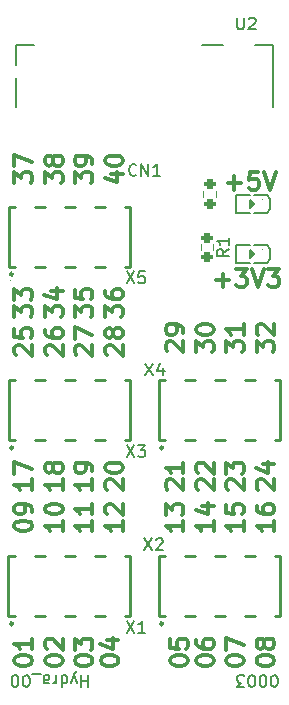
<source format=gbr>
%TF.GenerationSoftware,KiCad,Pcbnew,7.0.5*%
%TF.CreationDate,2023-08-28T16:34:51-05:00*%
%TF.ProjectId,Chimera_0003_Hydra,4368696d-6572-4615-9f30-3030335f4879,rev?*%
%TF.SameCoordinates,Original*%
%TF.FileFunction,Legend,Top*%
%TF.FilePolarity,Positive*%
%FSLAX46Y46*%
G04 Gerber Fmt 4.6, Leading zero omitted, Abs format (unit mm)*
G04 Created by KiCad (PCBNEW 7.0.5) date 2023-08-28 16:34:51*
%MOMM*%
%LPD*%
G01*
G04 APERTURE LIST*
G04 Aperture macros list*
%AMRoundRect*
0 Rectangle with rounded corners*
0 $1 Rounding radius*
0 $2 $3 $4 $5 $6 $7 $8 $9 X,Y pos of 4 corners*
0 Add a 4 corners polygon primitive as box body*
4,1,4,$2,$3,$4,$5,$6,$7,$8,$9,$2,$3,0*
0 Add four circle primitives for the rounded corners*
1,1,$1+$1,$2,$3*
1,1,$1+$1,$4,$5*
1,1,$1+$1,$6,$7*
1,1,$1+$1,$8,$9*
0 Add four rect primitives between the rounded corners*
20,1,$1+$1,$2,$3,$4,$5,0*
20,1,$1+$1,$4,$5,$6,$7,0*
20,1,$1+$1,$6,$7,$8,$9,0*
20,1,$1+$1,$8,$9,$2,$3,0*%
G04 Aperture macros list end*
%ADD10C,0.300000*%
%ADD11C,0.200000*%
%ADD12C,0.059995*%
%ADD13C,0.254001*%
%ADD14C,0.151994*%
%ADD15C,0.120000*%
%ADD16C,0.150013*%
%ADD17C,0.100000*%
%ADD18R,1.270003X2.800000*%
%ADD19R,1.300000X2.800000*%
%ADD20R,0.300000X1.550013*%
%ADD21R,0.300000X1.524003*%
%ADD22C,1.200000*%
%ADD23C,1.800000*%
%ADD24RoundRect,0.200000X-0.275000X0.200000X-0.275000X-0.200000X0.275000X-0.200000X0.275000X0.200000X0*%
%ADD25R,0.800000X0.800000*%
%ADD26C,3.600000*%
%ADD27C,6.400000*%
G04 APERTURE END LIST*
D10*
X116900828Y-120888346D02*
X116900828Y-119959774D01*
X116900828Y-119959774D02*
X117472257Y-120459774D01*
X117472257Y-120459774D02*
X117472257Y-120245489D01*
X117472257Y-120245489D02*
X117543685Y-120102632D01*
X117543685Y-120102632D02*
X117615114Y-120031203D01*
X117615114Y-120031203D02*
X117757971Y-119959774D01*
X117757971Y-119959774D02*
X118115114Y-119959774D01*
X118115114Y-119959774D02*
X118257971Y-120031203D01*
X118257971Y-120031203D02*
X118329400Y-120102632D01*
X118329400Y-120102632D02*
X118400828Y-120245489D01*
X118400828Y-120245489D02*
X118400828Y-120674060D01*
X118400828Y-120674060D02*
X118329400Y-120816917D01*
X118329400Y-120816917D02*
X118257971Y-120888346D01*
X116900828Y-119031203D02*
X116900828Y-118888346D01*
X116900828Y-118888346D02*
X116972257Y-118745489D01*
X116972257Y-118745489D02*
X117043685Y-118674061D01*
X117043685Y-118674061D02*
X117186542Y-118602632D01*
X117186542Y-118602632D02*
X117472257Y-118531203D01*
X117472257Y-118531203D02*
X117829400Y-118531203D01*
X117829400Y-118531203D02*
X118115114Y-118602632D01*
X118115114Y-118602632D02*
X118257971Y-118674061D01*
X118257971Y-118674061D02*
X118329400Y-118745489D01*
X118329400Y-118745489D02*
X118400828Y-118888346D01*
X118400828Y-118888346D02*
X118400828Y-119031203D01*
X118400828Y-119031203D02*
X118329400Y-119174061D01*
X118329400Y-119174061D02*
X118257971Y-119245489D01*
X118257971Y-119245489D02*
X118115114Y-119316918D01*
X118115114Y-119316918D02*
X117829400Y-119388346D01*
X117829400Y-119388346D02*
X117472257Y-119388346D01*
X117472257Y-119388346D02*
X117186542Y-119316918D01*
X117186542Y-119316918D02*
X117043685Y-119245489D01*
X117043685Y-119245489D02*
X116972257Y-119174061D01*
X116972257Y-119174061D02*
X116900828Y-119031203D01*
X119400828Y-120888346D02*
X119400828Y-119959774D01*
X119400828Y-119959774D02*
X119972257Y-120459774D01*
X119972257Y-120459774D02*
X119972257Y-120245489D01*
X119972257Y-120245489D02*
X120043685Y-120102632D01*
X120043685Y-120102632D02*
X120115114Y-120031203D01*
X120115114Y-120031203D02*
X120257971Y-119959774D01*
X120257971Y-119959774D02*
X120615114Y-119959774D01*
X120615114Y-119959774D02*
X120757971Y-120031203D01*
X120757971Y-120031203D02*
X120829400Y-120102632D01*
X120829400Y-120102632D02*
X120900828Y-120245489D01*
X120900828Y-120245489D02*
X120900828Y-120674060D01*
X120900828Y-120674060D02*
X120829400Y-120816917D01*
X120829400Y-120816917D02*
X120757971Y-120888346D01*
X120900828Y-118531203D02*
X120900828Y-119388346D01*
X120900828Y-118959775D02*
X119400828Y-118959775D01*
X119400828Y-118959775D02*
X119615114Y-119102632D01*
X119615114Y-119102632D02*
X119757971Y-119245489D01*
X119757971Y-119245489D02*
X119829400Y-119388346D01*
X117043685Y-132516917D02*
X116972257Y-132445489D01*
X116972257Y-132445489D02*
X116900828Y-132302632D01*
X116900828Y-132302632D02*
X116900828Y-131945489D01*
X116900828Y-131945489D02*
X116972257Y-131802632D01*
X116972257Y-131802632D02*
X117043685Y-131731203D01*
X117043685Y-131731203D02*
X117186542Y-131659774D01*
X117186542Y-131659774D02*
X117329400Y-131659774D01*
X117329400Y-131659774D02*
X117543685Y-131731203D01*
X117543685Y-131731203D02*
X118400828Y-132588346D01*
X118400828Y-132588346D02*
X118400828Y-131659774D01*
X117043685Y-131088346D02*
X116972257Y-131016918D01*
X116972257Y-131016918D02*
X116900828Y-130874061D01*
X116900828Y-130874061D02*
X116900828Y-130516918D01*
X116900828Y-130516918D02*
X116972257Y-130374061D01*
X116972257Y-130374061D02*
X117043685Y-130302632D01*
X117043685Y-130302632D02*
X117186542Y-130231203D01*
X117186542Y-130231203D02*
X117329400Y-130231203D01*
X117329400Y-130231203D02*
X117543685Y-130302632D01*
X117543685Y-130302632D02*
X118400828Y-131159775D01*
X118400828Y-131159775D02*
X118400828Y-130231203D01*
D11*
X123539850Y-149232780D02*
X123444612Y-149232780D01*
X123444612Y-149232780D02*
X123349374Y-149185161D01*
X123349374Y-149185161D02*
X123301755Y-149137542D01*
X123301755Y-149137542D02*
X123254136Y-149042304D01*
X123254136Y-149042304D02*
X123206517Y-148851828D01*
X123206517Y-148851828D02*
X123206517Y-148613733D01*
X123206517Y-148613733D02*
X123254136Y-148423257D01*
X123254136Y-148423257D02*
X123301755Y-148328019D01*
X123301755Y-148328019D02*
X123349374Y-148280400D01*
X123349374Y-148280400D02*
X123444612Y-148232780D01*
X123444612Y-148232780D02*
X123539850Y-148232780D01*
X123539850Y-148232780D02*
X123635088Y-148280400D01*
X123635088Y-148280400D02*
X123682707Y-148328019D01*
X123682707Y-148328019D02*
X123730326Y-148423257D01*
X123730326Y-148423257D02*
X123777945Y-148613733D01*
X123777945Y-148613733D02*
X123777945Y-148851828D01*
X123777945Y-148851828D02*
X123730326Y-149042304D01*
X123730326Y-149042304D02*
X123682707Y-149137542D01*
X123682707Y-149137542D02*
X123635088Y-149185161D01*
X123635088Y-149185161D02*
X123539850Y-149232780D01*
X122587469Y-149232780D02*
X122492231Y-149232780D01*
X122492231Y-149232780D02*
X122396993Y-149185161D01*
X122396993Y-149185161D02*
X122349374Y-149137542D01*
X122349374Y-149137542D02*
X122301755Y-149042304D01*
X122301755Y-149042304D02*
X122254136Y-148851828D01*
X122254136Y-148851828D02*
X122254136Y-148613733D01*
X122254136Y-148613733D02*
X122301755Y-148423257D01*
X122301755Y-148423257D02*
X122349374Y-148328019D01*
X122349374Y-148328019D02*
X122396993Y-148280400D01*
X122396993Y-148280400D02*
X122492231Y-148232780D01*
X122492231Y-148232780D02*
X122587469Y-148232780D01*
X122587469Y-148232780D02*
X122682707Y-148280400D01*
X122682707Y-148280400D02*
X122730326Y-148328019D01*
X122730326Y-148328019D02*
X122777945Y-148423257D01*
X122777945Y-148423257D02*
X122825564Y-148613733D01*
X122825564Y-148613733D02*
X122825564Y-148851828D01*
X122825564Y-148851828D02*
X122777945Y-149042304D01*
X122777945Y-149042304D02*
X122730326Y-149137542D01*
X122730326Y-149137542D02*
X122682707Y-149185161D01*
X122682707Y-149185161D02*
X122587469Y-149232780D01*
X121635088Y-149232780D02*
X121539850Y-149232780D01*
X121539850Y-149232780D02*
X121444612Y-149185161D01*
X121444612Y-149185161D02*
X121396993Y-149137542D01*
X121396993Y-149137542D02*
X121349374Y-149042304D01*
X121349374Y-149042304D02*
X121301755Y-148851828D01*
X121301755Y-148851828D02*
X121301755Y-148613733D01*
X121301755Y-148613733D02*
X121349374Y-148423257D01*
X121349374Y-148423257D02*
X121396993Y-148328019D01*
X121396993Y-148328019D02*
X121444612Y-148280400D01*
X121444612Y-148280400D02*
X121539850Y-148232780D01*
X121539850Y-148232780D02*
X121635088Y-148232780D01*
X121635088Y-148232780D02*
X121730326Y-148280400D01*
X121730326Y-148280400D02*
X121777945Y-148328019D01*
X121777945Y-148328019D02*
X121825564Y-148423257D01*
X121825564Y-148423257D02*
X121873183Y-148613733D01*
X121873183Y-148613733D02*
X121873183Y-148851828D01*
X121873183Y-148851828D02*
X121825564Y-149042304D01*
X121825564Y-149042304D02*
X121777945Y-149137542D01*
X121777945Y-149137542D02*
X121730326Y-149185161D01*
X121730326Y-149185161D02*
X121635088Y-149232780D01*
X120968421Y-149232780D02*
X120349374Y-149232780D01*
X120349374Y-149232780D02*
X120682707Y-148851828D01*
X120682707Y-148851828D02*
X120539850Y-148851828D01*
X120539850Y-148851828D02*
X120444612Y-148804209D01*
X120444612Y-148804209D02*
X120396993Y-148756590D01*
X120396993Y-148756590D02*
X120349374Y-148661352D01*
X120349374Y-148661352D02*
X120349374Y-148423257D01*
X120349374Y-148423257D02*
X120396993Y-148328019D01*
X120396993Y-148328019D02*
X120444612Y-148280400D01*
X120444612Y-148280400D02*
X120539850Y-148232780D01*
X120539850Y-148232780D02*
X120825564Y-148232780D01*
X120825564Y-148232780D02*
X120920802Y-148280400D01*
X120920802Y-148280400D02*
X120968421Y-148328019D01*
X107730322Y-148232780D02*
X107730322Y-149232780D01*
X107730322Y-148756590D02*
X107158894Y-148756590D01*
X107158894Y-148232780D02*
X107158894Y-149232780D01*
X106777941Y-148899447D02*
X106539846Y-148232780D01*
X106301751Y-148899447D02*
X106539846Y-148232780D01*
X106539846Y-148232780D02*
X106635084Y-147994685D01*
X106635084Y-147994685D02*
X106682703Y-147947066D01*
X106682703Y-147947066D02*
X106777941Y-147899447D01*
X105492227Y-148232780D02*
X105492227Y-149232780D01*
X105492227Y-148280400D02*
X105587465Y-148232780D01*
X105587465Y-148232780D02*
X105777941Y-148232780D01*
X105777941Y-148232780D02*
X105873179Y-148280400D01*
X105873179Y-148280400D02*
X105920798Y-148328019D01*
X105920798Y-148328019D02*
X105968417Y-148423257D01*
X105968417Y-148423257D02*
X105968417Y-148708971D01*
X105968417Y-148708971D02*
X105920798Y-148804209D01*
X105920798Y-148804209D02*
X105873179Y-148851828D01*
X105873179Y-148851828D02*
X105777941Y-148899447D01*
X105777941Y-148899447D02*
X105587465Y-148899447D01*
X105587465Y-148899447D02*
X105492227Y-148851828D01*
X105016036Y-148232780D02*
X105016036Y-148899447D01*
X105016036Y-148708971D02*
X104968417Y-148804209D01*
X104968417Y-148804209D02*
X104920798Y-148851828D01*
X104920798Y-148851828D02*
X104825560Y-148899447D01*
X104825560Y-148899447D02*
X104730322Y-148899447D01*
X103968417Y-148232780D02*
X103968417Y-148756590D01*
X103968417Y-148756590D02*
X104016036Y-148851828D01*
X104016036Y-148851828D02*
X104111274Y-148899447D01*
X104111274Y-148899447D02*
X104301750Y-148899447D01*
X104301750Y-148899447D02*
X104396988Y-148851828D01*
X103968417Y-148280400D02*
X104063655Y-148232780D01*
X104063655Y-148232780D02*
X104301750Y-148232780D01*
X104301750Y-148232780D02*
X104396988Y-148280400D01*
X104396988Y-148280400D02*
X104444607Y-148375638D01*
X104444607Y-148375638D02*
X104444607Y-148470876D01*
X104444607Y-148470876D02*
X104396988Y-148566114D01*
X104396988Y-148566114D02*
X104301750Y-148613733D01*
X104301750Y-148613733D02*
X104063655Y-148613733D01*
X104063655Y-148613733D02*
X103968417Y-148661352D01*
X103730322Y-148137542D02*
X102968417Y-148137542D01*
X102539845Y-149232780D02*
X102444607Y-149232780D01*
X102444607Y-149232780D02*
X102349369Y-149185161D01*
X102349369Y-149185161D02*
X102301750Y-149137542D01*
X102301750Y-149137542D02*
X102254131Y-149042304D01*
X102254131Y-149042304D02*
X102206512Y-148851828D01*
X102206512Y-148851828D02*
X102206512Y-148613733D01*
X102206512Y-148613733D02*
X102254131Y-148423257D01*
X102254131Y-148423257D02*
X102301750Y-148328019D01*
X102301750Y-148328019D02*
X102349369Y-148280400D01*
X102349369Y-148280400D02*
X102444607Y-148232780D01*
X102444607Y-148232780D02*
X102539845Y-148232780D01*
X102539845Y-148232780D02*
X102635083Y-148280400D01*
X102635083Y-148280400D02*
X102682702Y-148328019D01*
X102682702Y-148328019D02*
X102730321Y-148423257D01*
X102730321Y-148423257D02*
X102777940Y-148613733D01*
X102777940Y-148613733D02*
X102777940Y-148851828D01*
X102777940Y-148851828D02*
X102730321Y-149042304D01*
X102730321Y-149042304D02*
X102682702Y-149137542D01*
X102682702Y-149137542D02*
X102635083Y-149185161D01*
X102635083Y-149185161D02*
X102539845Y-149232780D01*
X101587464Y-149232780D02*
X101492226Y-149232780D01*
X101492226Y-149232780D02*
X101396988Y-149185161D01*
X101396988Y-149185161D02*
X101349369Y-149137542D01*
X101349369Y-149137542D02*
X101301750Y-149042304D01*
X101301750Y-149042304D02*
X101254131Y-148851828D01*
X101254131Y-148851828D02*
X101254131Y-148613733D01*
X101254131Y-148613733D02*
X101301750Y-148423257D01*
X101301750Y-148423257D02*
X101349369Y-148328019D01*
X101349369Y-148328019D02*
X101396988Y-148280400D01*
X101396988Y-148280400D02*
X101492226Y-148232780D01*
X101492226Y-148232780D02*
X101587464Y-148232780D01*
X101587464Y-148232780D02*
X101682702Y-148280400D01*
X101682702Y-148280400D02*
X101730321Y-148328019D01*
X101730321Y-148328019D02*
X101777940Y-148423257D01*
X101777940Y-148423257D02*
X101825559Y-148613733D01*
X101825559Y-148613733D02*
X101825559Y-148851828D01*
X101825559Y-148851828D02*
X101777940Y-149042304D01*
X101777940Y-149042304D02*
X101730321Y-149137542D01*
X101730321Y-149137542D02*
X101682702Y-149185161D01*
X101682702Y-149185161D02*
X101587464Y-149232780D01*
D10*
X114443685Y-120816917D02*
X114372257Y-120745489D01*
X114372257Y-120745489D02*
X114300828Y-120602632D01*
X114300828Y-120602632D02*
X114300828Y-120245489D01*
X114300828Y-120245489D02*
X114372257Y-120102632D01*
X114372257Y-120102632D02*
X114443685Y-120031203D01*
X114443685Y-120031203D02*
X114586542Y-119959774D01*
X114586542Y-119959774D02*
X114729400Y-119959774D01*
X114729400Y-119959774D02*
X114943685Y-120031203D01*
X114943685Y-120031203D02*
X115800828Y-120888346D01*
X115800828Y-120888346D02*
X115800828Y-119959774D01*
X115800828Y-119245489D02*
X115800828Y-118959775D01*
X115800828Y-118959775D02*
X115729400Y-118816918D01*
X115729400Y-118816918D02*
X115657971Y-118745489D01*
X115657971Y-118745489D02*
X115443685Y-118602632D01*
X115443685Y-118602632D02*
X115157971Y-118531203D01*
X115157971Y-118531203D02*
X114586542Y-118531203D01*
X114586542Y-118531203D02*
X114443685Y-118602632D01*
X114443685Y-118602632D02*
X114372257Y-118674061D01*
X114372257Y-118674061D02*
X114300828Y-118816918D01*
X114300828Y-118816918D02*
X114300828Y-119102632D01*
X114300828Y-119102632D02*
X114372257Y-119245489D01*
X114372257Y-119245489D02*
X114443685Y-119316918D01*
X114443685Y-119316918D02*
X114586542Y-119388346D01*
X114586542Y-119388346D02*
X114943685Y-119388346D01*
X114943685Y-119388346D02*
X115086542Y-119316918D01*
X115086542Y-119316918D02*
X115157971Y-119245489D01*
X115157971Y-119245489D02*
X115229400Y-119102632D01*
X115229400Y-119102632D02*
X115229400Y-118816918D01*
X115229400Y-118816918D02*
X115157971Y-118674061D01*
X115157971Y-118674061D02*
X115086542Y-118602632D01*
X115086542Y-118602632D02*
X114943685Y-118531203D01*
X104100828Y-117888346D02*
X104100828Y-116959774D01*
X104100828Y-116959774D02*
X104672257Y-117459774D01*
X104672257Y-117459774D02*
X104672257Y-117245489D01*
X104672257Y-117245489D02*
X104743685Y-117102632D01*
X104743685Y-117102632D02*
X104815114Y-117031203D01*
X104815114Y-117031203D02*
X104957971Y-116959774D01*
X104957971Y-116959774D02*
X105315114Y-116959774D01*
X105315114Y-116959774D02*
X105457971Y-117031203D01*
X105457971Y-117031203D02*
X105529400Y-117102632D01*
X105529400Y-117102632D02*
X105600828Y-117245489D01*
X105600828Y-117245489D02*
X105600828Y-117674060D01*
X105600828Y-117674060D02*
X105529400Y-117816917D01*
X105529400Y-117816917D02*
X105457971Y-117888346D01*
X104600828Y-115674061D02*
X105600828Y-115674061D01*
X104029400Y-116031203D02*
X105100828Y-116388346D01*
X105100828Y-116388346D02*
X105100828Y-115459775D01*
X122000828Y-120888346D02*
X122000828Y-119959774D01*
X122000828Y-119959774D02*
X122572257Y-120459774D01*
X122572257Y-120459774D02*
X122572257Y-120245489D01*
X122572257Y-120245489D02*
X122643685Y-120102632D01*
X122643685Y-120102632D02*
X122715114Y-120031203D01*
X122715114Y-120031203D02*
X122857971Y-119959774D01*
X122857971Y-119959774D02*
X123215114Y-119959774D01*
X123215114Y-119959774D02*
X123357971Y-120031203D01*
X123357971Y-120031203D02*
X123429400Y-120102632D01*
X123429400Y-120102632D02*
X123500828Y-120245489D01*
X123500828Y-120245489D02*
X123500828Y-120674060D01*
X123500828Y-120674060D02*
X123429400Y-120816917D01*
X123429400Y-120816917D02*
X123357971Y-120888346D01*
X122143685Y-119388346D02*
X122072257Y-119316918D01*
X122072257Y-119316918D02*
X122000828Y-119174061D01*
X122000828Y-119174061D02*
X122000828Y-118816918D01*
X122000828Y-118816918D02*
X122072257Y-118674061D01*
X122072257Y-118674061D02*
X122143685Y-118602632D01*
X122143685Y-118602632D02*
X122286542Y-118531203D01*
X122286542Y-118531203D02*
X122429400Y-118531203D01*
X122429400Y-118531203D02*
X122643685Y-118602632D01*
X122643685Y-118602632D02*
X123500828Y-119459775D01*
X123500828Y-119459775D02*
X123500828Y-118531203D01*
X108100828Y-135159774D02*
X108100828Y-136016917D01*
X108100828Y-135588346D02*
X106600828Y-135588346D01*
X106600828Y-135588346D02*
X106815114Y-135731203D01*
X106815114Y-135731203D02*
X106957971Y-135874060D01*
X106957971Y-135874060D02*
X107029400Y-136016917D01*
X108100828Y-133731203D02*
X108100828Y-134588346D01*
X108100828Y-134159775D02*
X106600828Y-134159775D01*
X106600828Y-134159775D02*
X106815114Y-134302632D01*
X106815114Y-134302632D02*
X106957971Y-134445489D01*
X106957971Y-134445489D02*
X107029400Y-134588346D01*
X114700828Y-147059774D02*
X114700828Y-146916917D01*
X114700828Y-146916917D02*
X114772257Y-146774060D01*
X114772257Y-146774060D02*
X114843685Y-146702632D01*
X114843685Y-146702632D02*
X114986542Y-146631203D01*
X114986542Y-146631203D02*
X115272257Y-146559774D01*
X115272257Y-146559774D02*
X115629400Y-146559774D01*
X115629400Y-146559774D02*
X115915114Y-146631203D01*
X115915114Y-146631203D02*
X116057971Y-146702632D01*
X116057971Y-146702632D02*
X116129400Y-146774060D01*
X116129400Y-146774060D02*
X116200828Y-146916917D01*
X116200828Y-146916917D02*
X116200828Y-147059774D01*
X116200828Y-147059774D02*
X116129400Y-147202632D01*
X116129400Y-147202632D02*
X116057971Y-147274060D01*
X116057971Y-147274060D02*
X115915114Y-147345489D01*
X115915114Y-147345489D02*
X115629400Y-147416917D01*
X115629400Y-147416917D02*
X115272257Y-147416917D01*
X115272257Y-147416917D02*
X114986542Y-147345489D01*
X114986542Y-147345489D02*
X114843685Y-147274060D01*
X114843685Y-147274060D02*
X114772257Y-147202632D01*
X114772257Y-147202632D02*
X114700828Y-147059774D01*
X114700828Y-145202632D02*
X114700828Y-145916918D01*
X114700828Y-145916918D02*
X115415114Y-145988346D01*
X115415114Y-145988346D02*
X115343685Y-145916918D01*
X115343685Y-145916918D02*
X115272257Y-145774061D01*
X115272257Y-145774061D02*
X115272257Y-145416918D01*
X115272257Y-145416918D02*
X115343685Y-145274061D01*
X115343685Y-145274061D02*
X115415114Y-145202632D01*
X115415114Y-145202632D02*
X115557971Y-145131203D01*
X115557971Y-145131203D02*
X115915114Y-145131203D01*
X115915114Y-145131203D02*
X116057971Y-145202632D01*
X116057971Y-145202632D02*
X116129400Y-145274061D01*
X116129400Y-145274061D02*
X116200828Y-145416918D01*
X116200828Y-145416918D02*
X116200828Y-145774061D01*
X116200828Y-145774061D02*
X116129400Y-145916918D01*
X116129400Y-145916918D02*
X116057971Y-145988346D01*
X104243685Y-121116917D02*
X104172257Y-121045489D01*
X104172257Y-121045489D02*
X104100828Y-120902632D01*
X104100828Y-120902632D02*
X104100828Y-120545489D01*
X104100828Y-120545489D02*
X104172257Y-120402632D01*
X104172257Y-120402632D02*
X104243685Y-120331203D01*
X104243685Y-120331203D02*
X104386542Y-120259774D01*
X104386542Y-120259774D02*
X104529400Y-120259774D01*
X104529400Y-120259774D02*
X104743685Y-120331203D01*
X104743685Y-120331203D02*
X105600828Y-121188346D01*
X105600828Y-121188346D02*
X105600828Y-120259774D01*
X104100828Y-118974061D02*
X104100828Y-119259775D01*
X104100828Y-119259775D02*
X104172257Y-119402632D01*
X104172257Y-119402632D02*
X104243685Y-119474061D01*
X104243685Y-119474061D02*
X104457971Y-119616918D01*
X104457971Y-119616918D02*
X104743685Y-119688346D01*
X104743685Y-119688346D02*
X105315114Y-119688346D01*
X105315114Y-119688346D02*
X105457971Y-119616918D01*
X105457971Y-119616918D02*
X105529400Y-119545489D01*
X105529400Y-119545489D02*
X105600828Y-119402632D01*
X105600828Y-119402632D02*
X105600828Y-119116918D01*
X105600828Y-119116918D02*
X105529400Y-118974061D01*
X105529400Y-118974061D02*
X105457971Y-118902632D01*
X105457971Y-118902632D02*
X105315114Y-118831203D01*
X105315114Y-118831203D02*
X104957971Y-118831203D01*
X104957971Y-118831203D02*
X104815114Y-118902632D01*
X104815114Y-118902632D02*
X104743685Y-118974061D01*
X104743685Y-118974061D02*
X104672257Y-119116918D01*
X104672257Y-119116918D02*
X104672257Y-119402632D01*
X104672257Y-119402632D02*
X104743685Y-119545489D01*
X104743685Y-119545489D02*
X104815114Y-119616918D01*
X104815114Y-119616918D02*
X104957971Y-119688346D01*
X110700828Y-135159774D02*
X110700828Y-136016917D01*
X110700828Y-135588346D02*
X109200828Y-135588346D01*
X109200828Y-135588346D02*
X109415114Y-135731203D01*
X109415114Y-135731203D02*
X109557971Y-135874060D01*
X109557971Y-135874060D02*
X109629400Y-136016917D01*
X109343685Y-134588346D02*
X109272257Y-134516918D01*
X109272257Y-134516918D02*
X109200828Y-134374061D01*
X109200828Y-134374061D02*
X109200828Y-134016918D01*
X109200828Y-134016918D02*
X109272257Y-133874061D01*
X109272257Y-133874061D02*
X109343685Y-133802632D01*
X109343685Y-133802632D02*
X109486542Y-133731203D01*
X109486542Y-133731203D02*
X109629400Y-133731203D01*
X109629400Y-133731203D02*
X109843685Y-133802632D01*
X109843685Y-133802632D02*
X110700828Y-134659775D01*
X110700828Y-134659775D02*
X110700828Y-133731203D01*
X109700828Y-105802632D02*
X110700828Y-105802632D01*
X109129400Y-106159774D02*
X110200828Y-106516917D01*
X110200828Y-106516917D02*
X110200828Y-105588346D01*
X109200828Y-104731203D02*
X109200828Y-104588346D01*
X109200828Y-104588346D02*
X109272257Y-104445489D01*
X109272257Y-104445489D02*
X109343685Y-104374061D01*
X109343685Y-104374061D02*
X109486542Y-104302632D01*
X109486542Y-104302632D02*
X109772257Y-104231203D01*
X109772257Y-104231203D02*
X110129400Y-104231203D01*
X110129400Y-104231203D02*
X110415114Y-104302632D01*
X110415114Y-104302632D02*
X110557971Y-104374061D01*
X110557971Y-104374061D02*
X110629400Y-104445489D01*
X110629400Y-104445489D02*
X110700828Y-104588346D01*
X110700828Y-104588346D02*
X110700828Y-104731203D01*
X110700828Y-104731203D02*
X110629400Y-104874061D01*
X110629400Y-104874061D02*
X110557971Y-104945489D01*
X110557971Y-104945489D02*
X110415114Y-105016918D01*
X110415114Y-105016918D02*
X110129400Y-105088346D01*
X110129400Y-105088346D02*
X109772257Y-105088346D01*
X109772257Y-105088346D02*
X109486542Y-105016918D01*
X109486542Y-105016918D02*
X109343685Y-104945489D01*
X109343685Y-104945489D02*
X109272257Y-104874061D01*
X109272257Y-104874061D02*
X109200828Y-104731203D01*
X106600828Y-147059774D02*
X106600828Y-146916917D01*
X106600828Y-146916917D02*
X106672257Y-146774060D01*
X106672257Y-146774060D02*
X106743685Y-146702632D01*
X106743685Y-146702632D02*
X106886542Y-146631203D01*
X106886542Y-146631203D02*
X107172257Y-146559774D01*
X107172257Y-146559774D02*
X107529400Y-146559774D01*
X107529400Y-146559774D02*
X107815114Y-146631203D01*
X107815114Y-146631203D02*
X107957971Y-146702632D01*
X107957971Y-146702632D02*
X108029400Y-146774060D01*
X108029400Y-146774060D02*
X108100828Y-146916917D01*
X108100828Y-146916917D02*
X108100828Y-147059774D01*
X108100828Y-147059774D02*
X108029400Y-147202632D01*
X108029400Y-147202632D02*
X107957971Y-147274060D01*
X107957971Y-147274060D02*
X107815114Y-147345489D01*
X107815114Y-147345489D02*
X107529400Y-147416917D01*
X107529400Y-147416917D02*
X107172257Y-147416917D01*
X107172257Y-147416917D02*
X106886542Y-147345489D01*
X106886542Y-147345489D02*
X106743685Y-147274060D01*
X106743685Y-147274060D02*
X106672257Y-147202632D01*
X106672257Y-147202632D02*
X106600828Y-147059774D01*
X106600828Y-146059775D02*
X106600828Y-145131203D01*
X106600828Y-145131203D02*
X107172257Y-145631203D01*
X107172257Y-145631203D02*
X107172257Y-145416918D01*
X107172257Y-145416918D02*
X107243685Y-145274061D01*
X107243685Y-145274061D02*
X107315114Y-145202632D01*
X107315114Y-145202632D02*
X107457971Y-145131203D01*
X107457971Y-145131203D02*
X107815114Y-145131203D01*
X107815114Y-145131203D02*
X107957971Y-145202632D01*
X107957971Y-145202632D02*
X108029400Y-145274061D01*
X108029400Y-145274061D02*
X108100828Y-145416918D01*
X108100828Y-145416918D02*
X108100828Y-145845489D01*
X108100828Y-145845489D02*
X108029400Y-145988346D01*
X108029400Y-145988346D02*
X107957971Y-146059775D01*
X101500828Y-147059774D02*
X101500828Y-146916917D01*
X101500828Y-146916917D02*
X101572257Y-146774060D01*
X101572257Y-146774060D02*
X101643685Y-146702632D01*
X101643685Y-146702632D02*
X101786542Y-146631203D01*
X101786542Y-146631203D02*
X102072257Y-146559774D01*
X102072257Y-146559774D02*
X102429400Y-146559774D01*
X102429400Y-146559774D02*
X102715114Y-146631203D01*
X102715114Y-146631203D02*
X102857971Y-146702632D01*
X102857971Y-146702632D02*
X102929400Y-146774060D01*
X102929400Y-146774060D02*
X103000828Y-146916917D01*
X103000828Y-146916917D02*
X103000828Y-147059774D01*
X103000828Y-147059774D02*
X102929400Y-147202632D01*
X102929400Y-147202632D02*
X102857971Y-147274060D01*
X102857971Y-147274060D02*
X102715114Y-147345489D01*
X102715114Y-147345489D02*
X102429400Y-147416917D01*
X102429400Y-147416917D02*
X102072257Y-147416917D01*
X102072257Y-147416917D02*
X101786542Y-147345489D01*
X101786542Y-147345489D02*
X101643685Y-147274060D01*
X101643685Y-147274060D02*
X101572257Y-147202632D01*
X101572257Y-147202632D02*
X101500828Y-147059774D01*
X103000828Y-145131203D02*
X103000828Y-145988346D01*
X103000828Y-145559775D02*
X101500828Y-145559775D01*
X101500828Y-145559775D02*
X101715114Y-145702632D01*
X101715114Y-145702632D02*
X101857971Y-145845489D01*
X101857971Y-145845489D02*
X101929400Y-145988346D01*
X114443685Y-132516917D02*
X114372257Y-132445489D01*
X114372257Y-132445489D02*
X114300828Y-132302632D01*
X114300828Y-132302632D02*
X114300828Y-131945489D01*
X114300828Y-131945489D02*
X114372257Y-131802632D01*
X114372257Y-131802632D02*
X114443685Y-131731203D01*
X114443685Y-131731203D02*
X114586542Y-131659774D01*
X114586542Y-131659774D02*
X114729400Y-131659774D01*
X114729400Y-131659774D02*
X114943685Y-131731203D01*
X114943685Y-131731203D02*
X115800828Y-132588346D01*
X115800828Y-132588346D02*
X115800828Y-131659774D01*
X115800828Y-130231203D02*
X115800828Y-131088346D01*
X115800828Y-130659775D02*
X114300828Y-130659775D01*
X114300828Y-130659775D02*
X114515114Y-130802632D01*
X114515114Y-130802632D02*
X114657971Y-130945489D01*
X114657971Y-130945489D02*
X114729400Y-131088346D01*
X105600828Y-135159774D02*
X105600828Y-136016917D01*
X105600828Y-135588346D02*
X104100828Y-135588346D01*
X104100828Y-135588346D02*
X104315114Y-135731203D01*
X104315114Y-135731203D02*
X104457971Y-135874060D01*
X104457971Y-135874060D02*
X104529400Y-136016917D01*
X104100828Y-134231203D02*
X104100828Y-134088346D01*
X104100828Y-134088346D02*
X104172257Y-133945489D01*
X104172257Y-133945489D02*
X104243685Y-133874061D01*
X104243685Y-133874061D02*
X104386542Y-133802632D01*
X104386542Y-133802632D02*
X104672257Y-133731203D01*
X104672257Y-133731203D02*
X105029400Y-133731203D01*
X105029400Y-133731203D02*
X105315114Y-133802632D01*
X105315114Y-133802632D02*
X105457971Y-133874061D01*
X105457971Y-133874061D02*
X105529400Y-133945489D01*
X105529400Y-133945489D02*
X105600828Y-134088346D01*
X105600828Y-134088346D02*
X105600828Y-134231203D01*
X105600828Y-134231203D02*
X105529400Y-134374061D01*
X105529400Y-134374061D02*
X105457971Y-134445489D01*
X105457971Y-134445489D02*
X105315114Y-134516918D01*
X105315114Y-134516918D02*
X105029400Y-134588346D01*
X105029400Y-134588346D02*
X104672257Y-134588346D01*
X104672257Y-134588346D02*
X104386542Y-134516918D01*
X104386542Y-134516918D02*
X104243685Y-134445489D01*
X104243685Y-134445489D02*
X104172257Y-134374061D01*
X104172257Y-134374061D02*
X104100828Y-134231203D01*
X118400828Y-135159774D02*
X118400828Y-136016917D01*
X118400828Y-135588346D02*
X116900828Y-135588346D01*
X116900828Y-135588346D02*
X117115114Y-135731203D01*
X117115114Y-135731203D02*
X117257971Y-135874060D01*
X117257971Y-135874060D02*
X117329400Y-136016917D01*
X117400828Y-133874061D02*
X118400828Y-133874061D01*
X116829400Y-134231203D02*
X117900828Y-134588346D01*
X117900828Y-134588346D02*
X117900828Y-133659775D01*
X106743685Y-121116917D02*
X106672257Y-121045489D01*
X106672257Y-121045489D02*
X106600828Y-120902632D01*
X106600828Y-120902632D02*
X106600828Y-120545489D01*
X106600828Y-120545489D02*
X106672257Y-120402632D01*
X106672257Y-120402632D02*
X106743685Y-120331203D01*
X106743685Y-120331203D02*
X106886542Y-120259774D01*
X106886542Y-120259774D02*
X107029400Y-120259774D01*
X107029400Y-120259774D02*
X107243685Y-120331203D01*
X107243685Y-120331203D02*
X108100828Y-121188346D01*
X108100828Y-121188346D02*
X108100828Y-120259774D01*
X106600828Y-119759775D02*
X106600828Y-118759775D01*
X106600828Y-118759775D02*
X108100828Y-119402632D01*
X104100828Y-147059774D02*
X104100828Y-146916917D01*
X104100828Y-146916917D02*
X104172257Y-146774060D01*
X104172257Y-146774060D02*
X104243685Y-146702632D01*
X104243685Y-146702632D02*
X104386542Y-146631203D01*
X104386542Y-146631203D02*
X104672257Y-146559774D01*
X104672257Y-146559774D02*
X105029400Y-146559774D01*
X105029400Y-146559774D02*
X105315114Y-146631203D01*
X105315114Y-146631203D02*
X105457971Y-146702632D01*
X105457971Y-146702632D02*
X105529400Y-146774060D01*
X105529400Y-146774060D02*
X105600828Y-146916917D01*
X105600828Y-146916917D02*
X105600828Y-147059774D01*
X105600828Y-147059774D02*
X105529400Y-147202632D01*
X105529400Y-147202632D02*
X105457971Y-147274060D01*
X105457971Y-147274060D02*
X105315114Y-147345489D01*
X105315114Y-147345489D02*
X105029400Y-147416917D01*
X105029400Y-147416917D02*
X104672257Y-147416917D01*
X104672257Y-147416917D02*
X104386542Y-147345489D01*
X104386542Y-147345489D02*
X104243685Y-147274060D01*
X104243685Y-147274060D02*
X104172257Y-147202632D01*
X104172257Y-147202632D02*
X104100828Y-147059774D01*
X104243685Y-145988346D02*
X104172257Y-145916918D01*
X104172257Y-145916918D02*
X104100828Y-145774061D01*
X104100828Y-145774061D02*
X104100828Y-145416918D01*
X104100828Y-145416918D02*
X104172257Y-145274061D01*
X104172257Y-145274061D02*
X104243685Y-145202632D01*
X104243685Y-145202632D02*
X104386542Y-145131203D01*
X104386542Y-145131203D02*
X104529400Y-145131203D01*
X104529400Y-145131203D02*
X104743685Y-145202632D01*
X104743685Y-145202632D02*
X105600828Y-146059775D01*
X105600828Y-146059775D02*
X105600828Y-145131203D01*
X119543685Y-132516917D02*
X119472257Y-132445489D01*
X119472257Y-132445489D02*
X119400828Y-132302632D01*
X119400828Y-132302632D02*
X119400828Y-131945489D01*
X119400828Y-131945489D02*
X119472257Y-131802632D01*
X119472257Y-131802632D02*
X119543685Y-131731203D01*
X119543685Y-131731203D02*
X119686542Y-131659774D01*
X119686542Y-131659774D02*
X119829400Y-131659774D01*
X119829400Y-131659774D02*
X120043685Y-131731203D01*
X120043685Y-131731203D02*
X120900828Y-132588346D01*
X120900828Y-132588346D02*
X120900828Y-131659774D01*
X119400828Y-131159775D02*
X119400828Y-130231203D01*
X119400828Y-130231203D02*
X119972257Y-130731203D01*
X119972257Y-130731203D02*
X119972257Y-130516918D01*
X119972257Y-130516918D02*
X120043685Y-130374061D01*
X120043685Y-130374061D02*
X120115114Y-130302632D01*
X120115114Y-130302632D02*
X120257971Y-130231203D01*
X120257971Y-130231203D02*
X120615114Y-130231203D01*
X120615114Y-130231203D02*
X120757971Y-130302632D01*
X120757971Y-130302632D02*
X120829400Y-130374061D01*
X120829400Y-130374061D02*
X120900828Y-130516918D01*
X120900828Y-130516918D02*
X120900828Y-130945489D01*
X120900828Y-130945489D02*
X120829400Y-131088346D01*
X120829400Y-131088346D02*
X120757971Y-131159775D01*
X115800828Y-135159774D02*
X115800828Y-136016917D01*
X115800828Y-135588346D02*
X114300828Y-135588346D01*
X114300828Y-135588346D02*
X114515114Y-135731203D01*
X114515114Y-135731203D02*
X114657971Y-135874060D01*
X114657971Y-135874060D02*
X114729400Y-136016917D01*
X114300828Y-134659775D02*
X114300828Y-133731203D01*
X114300828Y-133731203D02*
X114872257Y-134231203D01*
X114872257Y-134231203D02*
X114872257Y-134016918D01*
X114872257Y-134016918D02*
X114943685Y-133874061D01*
X114943685Y-133874061D02*
X115015114Y-133802632D01*
X115015114Y-133802632D02*
X115157971Y-133731203D01*
X115157971Y-133731203D02*
X115515114Y-133731203D01*
X115515114Y-133731203D02*
X115657971Y-133802632D01*
X115657971Y-133802632D02*
X115729400Y-133874061D01*
X115729400Y-133874061D02*
X115800828Y-134016918D01*
X115800828Y-134016918D02*
X115800828Y-134445489D01*
X115800828Y-134445489D02*
X115729400Y-134588346D01*
X115729400Y-134588346D02*
X115657971Y-134659775D01*
X101500828Y-106588346D02*
X101500828Y-105659774D01*
X101500828Y-105659774D02*
X102072257Y-106159774D01*
X102072257Y-106159774D02*
X102072257Y-105945489D01*
X102072257Y-105945489D02*
X102143685Y-105802632D01*
X102143685Y-105802632D02*
X102215114Y-105731203D01*
X102215114Y-105731203D02*
X102357971Y-105659774D01*
X102357971Y-105659774D02*
X102715114Y-105659774D01*
X102715114Y-105659774D02*
X102857971Y-105731203D01*
X102857971Y-105731203D02*
X102929400Y-105802632D01*
X102929400Y-105802632D02*
X103000828Y-105945489D01*
X103000828Y-105945489D02*
X103000828Y-106374060D01*
X103000828Y-106374060D02*
X102929400Y-106516917D01*
X102929400Y-106516917D02*
X102857971Y-106588346D01*
X101500828Y-105159775D02*
X101500828Y-104159775D01*
X101500828Y-104159775D02*
X103000828Y-104802632D01*
X108800828Y-147059774D02*
X108800828Y-146916917D01*
X108800828Y-146916917D02*
X108872257Y-146774060D01*
X108872257Y-146774060D02*
X108943685Y-146702632D01*
X108943685Y-146702632D02*
X109086542Y-146631203D01*
X109086542Y-146631203D02*
X109372257Y-146559774D01*
X109372257Y-146559774D02*
X109729400Y-146559774D01*
X109729400Y-146559774D02*
X110015114Y-146631203D01*
X110015114Y-146631203D02*
X110157971Y-146702632D01*
X110157971Y-146702632D02*
X110229400Y-146774060D01*
X110229400Y-146774060D02*
X110300828Y-146916917D01*
X110300828Y-146916917D02*
X110300828Y-147059774D01*
X110300828Y-147059774D02*
X110229400Y-147202632D01*
X110229400Y-147202632D02*
X110157971Y-147274060D01*
X110157971Y-147274060D02*
X110015114Y-147345489D01*
X110015114Y-147345489D02*
X109729400Y-147416917D01*
X109729400Y-147416917D02*
X109372257Y-147416917D01*
X109372257Y-147416917D02*
X109086542Y-147345489D01*
X109086542Y-147345489D02*
X108943685Y-147274060D01*
X108943685Y-147274060D02*
X108872257Y-147202632D01*
X108872257Y-147202632D02*
X108800828Y-147059774D01*
X109300828Y-145274061D02*
X110300828Y-145274061D01*
X108729400Y-145631203D02*
X109800828Y-145988346D01*
X109800828Y-145988346D02*
X109800828Y-145059775D01*
X122000828Y-147059774D02*
X122000828Y-146916917D01*
X122000828Y-146916917D02*
X122072257Y-146774060D01*
X122072257Y-146774060D02*
X122143685Y-146702632D01*
X122143685Y-146702632D02*
X122286542Y-146631203D01*
X122286542Y-146631203D02*
X122572257Y-146559774D01*
X122572257Y-146559774D02*
X122929400Y-146559774D01*
X122929400Y-146559774D02*
X123215114Y-146631203D01*
X123215114Y-146631203D02*
X123357971Y-146702632D01*
X123357971Y-146702632D02*
X123429400Y-146774060D01*
X123429400Y-146774060D02*
X123500828Y-146916917D01*
X123500828Y-146916917D02*
X123500828Y-147059774D01*
X123500828Y-147059774D02*
X123429400Y-147202632D01*
X123429400Y-147202632D02*
X123357971Y-147274060D01*
X123357971Y-147274060D02*
X123215114Y-147345489D01*
X123215114Y-147345489D02*
X122929400Y-147416917D01*
X122929400Y-147416917D02*
X122572257Y-147416917D01*
X122572257Y-147416917D02*
X122286542Y-147345489D01*
X122286542Y-147345489D02*
X122143685Y-147274060D01*
X122143685Y-147274060D02*
X122072257Y-147202632D01*
X122072257Y-147202632D02*
X122000828Y-147059774D01*
X122643685Y-145702632D02*
X122572257Y-145845489D01*
X122572257Y-145845489D02*
X122500828Y-145916918D01*
X122500828Y-145916918D02*
X122357971Y-145988346D01*
X122357971Y-145988346D02*
X122286542Y-145988346D01*
X122286542Y-145988346D02*
X122143685Y-145916918D01*
X122143685Y-145916918D02*
X122072257Y-145845489D01*
X122072257Y-145845489D02*
X122000828Y-145702632D01*
X122000828Y-145702632D02*
X122000828Y-145416918D01*
X122000828Y-145416918D02*
X122072257Y-145274061D01*
X122072257Y-145274061D02*
X122143685Y-145202632D01*
X122143685Y-145202632D02*
X122286542Y-145131203D01*
X122286542Y-145131203D02*
X122357971Y-145131203D01*
X122357971Y-145131203D02*
X122500828Y-145202632D01*
X122500828Y-145202632D02*
X122572257Y-145274061D01*
X122572257Y-145274061D02*
X122643685Y-145416918D01*
X122643685Y-145416918D02*
X122643685Y-145702632D01*
X122643685Y-145702632D02*
X122715114Y-145845489D01*
X122715114Y-145845489D02*
X122786542Y-145916918D01*
X122786542Y-145916918D02*
X122929400Y-145988346D01*
X122929400Y-145988346D02*
X123215114Y-145988346D01*
X123215114Y-145988346D02*
X123357971Y-145916918D01*
X123357971Y-145916918D02*
X123429400Y-145845489D01*
X123429400Y-145845489D02*
X123500828Y-145702632D01*
X123500828Y-145702632D02*
X123500828Y-145416918D01*
X123500828Y-145416918D02*
X123429400Y-145274061D01*
X123429400Y-145274061D02*
X123357971Y-145202632D01*
X123357971Y-145202632D02*
X123215114Y-145131203D01*
X123215114Y-145131203D02*
X122929400Y-145131203D01*
X122929400Y-145131203D02*
X122786542Y-145202632D01*
X122786542Y-145202632D02*
X122715114Y-145274061D01*
X122715114Y-145274061D02*
X122643685Y-145416918D01*
X119400828Y-147059774D02*
X119400828Y-146916917D01*
X119400828Y-146916917D02*
X119472257Y-146774060D01*
X119472257Y-146774060D02*
X119543685Y-146702632D01*
X119543685Y-146702632D02*
X119686542Y-146631203D01*
X119686542Y-146631203D02*
X119972257Y-146559774D01*
X119972257Y-146559774D02*
X120329400Y-146559774D01*
X120329400Y-146559774D02*
X120615114Y-146631203D01*
X120615114Y-146631203D02*
X120757971Y-146702632D01*
X120757971Y-146702632D02*
X120829400Y-146774060D01*
X120829400Y-146774060D02*
X120900828Y-146916917D01*
X120900828Y-146916917D02*
X120900828Y-147059774D01*
X120900828Y-147059774D02*
X120829400Y-147202632D01*
X120829400Y-147202632D02*
X120757971Y-147274060D01*
X120757971Y-147274060D02*
X120615114Y-147345489D01*
X120615114Y-147345489D02*
X120329400Y-147416917D01*
X120329400Y-147416917D02*
X119972257Y-147416917D01*
X119972257Y-147416917D02*
X119686542Y-147345489D01*
X119686542Y-147345489D02*
X119543685Y-147274060D01*
X119543685Y-147274060D02*
X119472257Y-147202632D01*
X119472257Y-147202632D02*
X119400828Y-147059774D01*
X119400828Y-146059775D02*
X119400828Y-145059775D01*
X119400828Y-145059775D02*
X120900828Y-145702632D01*
X123500828Y-135159774D02*
X123500828Y-136016917D01*
X123500828Y-135588346D02*
X122000828Y-135588346D01*
X122000828Y-135588346D02*
X122215114Y-135731203D01*
X122215114Y-135731203D02*
X122357971Y-135874060D01*
X122357971Y-135874060D02*
X122429400Y-136016917D01*
X122000828Y-133874061D02*
X122000828Y-134159775D01*
X122000828Y-134159775D02*
X122072257Y-134302632D01*
X122072257Y-134302632D02*
X122143685Y-134374061D01*
X122143685Y-134374061D02*
X122357971Y-134516918D01*
X122357971Y-134516918D02*
X122643685Y-134588346D01*
X122643685Y-134588346D02*
X123215114Y-134588346D01*
X123215114Y-134588346D02*
X123357971Y-134516918D01*
X123357971Y-134516918D02*
X123429400Y-134445489D01*
X123429400Y-134445489D02*
X123500828Y-134302632D01*
X123500828Y-134302632D02*
X123500828Y-134016918D01*
X123500828Y-134016918D02*
X123429400Y-133874061D01*
X123429400Y-133874061D02*
X123357971Y-133802632D01*
X123357971Y-133802632D02*
X123215114Y-133731203D01*
X123215114Y-133731203D02*
X122857971Y-133731203D01*
X122857971Y-133731203D02*
X122715114Y-133802632D01*
X122715114Y-133802632D02*
X122643685Y-133874061D01*
X122643685Y-133874061D02*
X122572257Y-134016918D01*
X122572257Y-134016918D02*
X122572257Y-134302632D01*
X122572257Y-134302632D02*
X122643685Y-134445489D01*
X122643685Y-134445489D02*
X122715114Y-134516918D01*
X122715114Y-134516918D02*
X122857971Y-134588346D01*
X109343685Y-121116917D02*
X109272257Y-121045489D01*
X109272257Y-121045489D02*
X109200828Y-120902632D01*
X109200828Y-120902632D02*
X109200828Y-120545489D01*
X109200828Y-120545489D02*
X109272257Y-120402632D01*
X109272257Y-120402632D02*
X109343685Y-120331203D01*
X109343685Y-120331203D02*
X109486542Y-120259774D01*
X109486542Y-120259774D02*
X109629400Y-120259774D01*
X109629400Y-120259774D02*
X109843685Y-120331203D01*
X109843685Y-120331203D02*
X110700828Y-121188346D01*
X110700828Y-121188346D02*
X110700828Y-120259774D01*
X109843685Y-119402632D02*
X109772257Y-119545489D01*
X109772257Y-119545489D02*
X109700828Y-119616918D01*
X109700828Y-119616918D02*
X109557971Y-119688346D01*
X109557971Y-119688346D02*
X109486542Y-119688346D01*
X109486542Y-119688346D02*
X109343685Y-119616918D01*
X109343685Y-119616918D02*
X109272257Y-119545489D01*
X109272257Y-119545489D02*
X109200828Y-119402632D01*
X109200828Y-119402632D02*
X109200828Y-119116918D01*
X109200828Y-119116918D02*
X109272257Y-118974061D01*
X109272257Y-118974061D02*
X109343685Y-118902632D01*
X109343685Y-118902632D02*
X109486542Y-118831203D01*
X109486542Y-118831203D02*
X109557971Y-118831203D01*
X109557971Y-118831203D02*
X109700828Y-118902632D01*
X109700828Y-118902632D02*
X109772257Y-118974061D01*
X109772257Y-118974061D02*
X109843685Y-119116918D01*
X109843685Y-119116918D02*
X109843685Y-119402632D01*
X109843685Y-119402632D02*
X109915114Y-119545489D01*
X109915114Y-119545489D02*
X109986542Y-119616918D01*
X109986542Y-119616918D02*
X110129400Y-119688346D01*
X110129400Y-119688346D02*
X110415114Y-119688346D01*
X110415114Y-119688346D02*
X110557971Y-119616918D01*
X110557971Y-119616918D02*
X110629400Y-119545489D01*
X110629400Y-119545489D02*
X110700828Y-119402632D01*
X110700828Y-119402632D02*
X110700828Y-119116918D01*
X110700828Y-119116918D02*
X110629400Y-118974061D01*
X110629400Y-118974061D02*
X110557971Y-118902632D01*
X110557971Y-118902632D02*
X110415114Y-118831203D01*
X110415114Y-118831203D02*
X110129400Y-118831203D01*
X110129400Y-118831203D02*
X109986542Y-118902632D01*
X109986542Y-118902632D02*
X109915114Y-118974061D01*
X109915114Y-118974061D02*
X109843685Y-119116918D01*
X103000828Y-131659774D02*
X103000828Y-132516917D01*
X103000828Y-132088346D02*
X101500828Y-132088346D01*
X101500828Y-132088346D02*
X101715114Y-132231203D01*
X101715114Y-132231203D02*
X101857971Y-132374060D01*
X101857971Y-132374060D02*
X101929400Y-132516917D01*
X101500828Y-131159775D02*
X101500828Y-130159775D01*
X101500828Y-130159775D02*
X103000828Y-130802632D01*
X109343685Y-132516917D02*
X109272257Y-132445489D01*
X109272257Y-132445489D02*
X109200828Y-132302632D01*
X109200828Y-132302632D02*
X109200828Y-131945489D01*
X109200828Y-131945489D02*
X109272257Y-131802632D01*
X109272257Y-131802632D02*
X109343685Y-131731203D01*
X109343685Y-131731203D02*
X109486542Y-131659774D01*
X109486542Y-131659774D02*
X109629400Y-131659774D01*
X109629400Y-131659774D02*
X109843685Y-131731203D01*
X109843685Y-131731203D02*
X110700828Y-132588346D01*
X110700828Y-132588346D02*
X110700828Y-131659774D01*
X109200828Y-130731203D02*
X109200828Y-130588346D01*
X109200828Y-130588346D02*
X109272257Y-130445489D01*
X109272257Y-130445489D02*
X109343685Y-130374061D01*
X109343685Y-130374061D02*
X109486542Y-130302632D01*
X109486542Y-130302632D02*
X109772257Y-130231203D01*
X109772257Y-130231203D02*
X110129400Y-130231203D01*
X110129400Y-130231203D02*
X110415114Y-130302632D01*
X110415114Y-130302632D02*
X110557971Y-130374061D01*
X110557971Y-130374061D02*
X110629400Y-130445489D01*
X110629400Y-130445489D02*
X110700828Y-130588346D01*
X110700828Y-130588346D02*
X110700828Y-130731203D01*
X110700828Y-130731203D02*
X110629400Y-130874061D01*
X110629400Y-130874061D02*
X110557971Y-130945489D01*
X110557971Y-130945489D02*
X110415114Y-131016918D01*
X110415114Y-131016918D02*
X110129400Y-131088346D01*
X110129400Y-131088346D02*
X109772257Y-131088346D01*
X109772257Y-131088346D02*
X109486542Y-131016918D01*
X109486542Y-131016918D02*
X109343685Y-130945489D01*
X109343685Y-130945489D02*
X109272257Y-130874061D01*
X109272257Y-130874061D02*
X109200828Y-130731203D01*
X104100828Y-106588346D02*
X104100828Y-105659774D01*
X104100828Y-105659774D02*
X104672257Y-106159774D01*
X104672257Y-106159774D02*
X104672257Y-105945489D01*
X104672257Y-105945489D02*
X104743685Y-105802632D01*
X104743685Y-105802632D02*
X104815114Y-105731203D01*
X104815114Y-105731203D02*
X104957971Y-105659774D01*
X104957971Y-105659774D02*
X105315114Y-105659774D01*
X105315114Y-105659774D02*
X105457971Y-105731203D01*
X105457971Y-105731203D02*
X105529400Y-105802632D01*
X105529400Y-105802632D02*
X105600828Y-105945489D01*
X105600828Y-105945489D02*
X105600828Y-106374060D01*
X105600828Y-106374060D02*
X105529400Y-106516917D01*
X105529400Y-106516917D02*
X105457971Y-106588346D01*
X104743685Y-104802632D02*
X104672257Y-104945489D01*
X104672257Y-104945489D02*
X104600828Y-105016918D01*
X104600828Y-105016918D02*
X104457971Y-105088346D01*
X104457971Y-105088346D02*
X104386542Y-105088346D01*
X104386542Y-105088346D02*
X104243685Y-105016918D01*
X104243685Y-105016918D02*
X104172257Y-104945489D01*
X104172257Y-104945489D02*
X104100828Y-104802632D01*
X104100828Y-104802632D02*
X104100828Y-104516918D01*
X104100828Y-104516918D02*
X104172257Y-104374061D01*
X104172257Y-104374061D02*
X104243685Y-104302632D01*
X104243685Y-104302632D02*
X104386542Y-104231203D01*
X104386542Y-104231203D02*
X104457971Y-104231203D01*
X104457971Y-104231203D02*
X104600828Y-104302632D01*
X104600828Y-104302632D02*
X104672257Y-104374061D01*
X104672257Y-104374061D02*
X104743685Y-104516918D01*
X104743685Y-104516918D02*
X104743685Y-104802632D01*
X104743685Y-104802632D02*
X104815114Y-104945489D01*
X104815114Y-104945489D02*
X104886542Y-105016918D01*
X104886542Y-105016918D02*
X105029400Y-105088346D01*
X105029400Y-105088346D02*
X105315114Y-105088346D01*
X105315114Y-105088346D02*
X105457971Y-105016918D01*
X105457971Y-105016918D02*
X105529400Y-104945489D01*
X105529400Y-104945489D02*
X105600828Y-104802632D01*
X105600828Y-104802632D02*
X105600828Y-104516918D01*
X105600828Y-104516918D02*
X105529400Y-104374061D01*
X105529400Y-104374061D02*
X105457971Y-104302632D01*
X105457971Y-104302632D02*
X105315114Y-104231203D01*
X105315114Y-104231203D02*
X105029400Y-104231203D01*
X105029400Y-104231203D02*
X104886542Y-104302632D01*
X104886542Y-104302632D02*
X104815114Y-104374061D01*
X104815114Y-104374061D02*
X104743685Y-104516918D01*
X101500828Y-117888346D02*
X101500828Y-116959774D01*
X101500828Y-116959774D02*
X102072257Y-117459774D01*
X102072257Y-117459774D02*
X102072257Y-117245489D01*
X102072257Y-117245489D02*
X102143685Y-117102632D01*
X102143685Y-117102632D02*
X102215114Y-117031203D01*
X102215114Y-117031203D02*
X102357971Y-116959774D01*
X102357971Y-116959774D02*
X102715114Y-116959774D01*
X102715114Y-116959774D02*
X102857971Y-117031203D01*
X102857971Y-117031203D02*
X102929400Y-117102632D01*
X102929400Y-117102632D02*
X103000828Y-117245489D01*
X103000828Y-117245489D02*
X103000828Y-117674060D01*
X103000828Y-117674060D02*
X102929400Y-117816917D01*
X102929400Y-117816917D02*
X102857971Y-117888346D01*
X101500828Y-116459775D02*
X101500828Y-115531203D01*
X101500828Y-115531203D02*
X102072257Y-116031203D01*
X102072257Y-116031203D02*
X102072257Y-115816918D01*
X102072257Y-115816918D02*
X102143685Y-115674061D01*
X102143685Y-115674061D02*
X102215114Y-115602632D01*
X102215114Y-115602632D02*
X102357971Y-115531203D01*
X102357971Y-115531203D02*
X102715114Y-115531203D01*
X102715114Y-115531203D02*
X102857971Y-115602632D01*
X102857971Y-115602632D02*
X102929400Y-115674061D01*
X102929400Y-115674061D02*
X103000828Y-115816918D01*
X103000828Y-115816918D02*
X103000828Y-116245489D01*
X103000828Y-116245489D02*
X102929400Y-116388346D01*
X102929400Y-116388346D02*
X102857971Y-116459775D01*
X106600828Y-117888346D02*
X106600828Y-116959774D01*
X106600828Y-116959774D02*
X107172257Y-117459774D01*
X107172257Y-117459774D02*
X107172257Y-117245489D01*
X107172257Y-117245489D02*
X107243685Y-117102632D01*
X107243685Y-117102632D02*
X107315114Y-117031203D01*
X107315114Y-117031203D02*
X107457971Y-116959774D01*
X107457971Y-116959774D02*
X107815114Y-116959774D01*
X107815114Y-116959774D02*
X107957971Y-117031203D01*
X107957971Y-117031203D02*
X108029400Y-117102632D01*
X108029400Y-117102632D02*
X108100828Y-117245489D01*
X108100828Y-117245489D02*
X108100828Y-117674060D01*
X108100828Y-117674060D02*
X108029400Y-117816917D01*
X108029400Y-117816917D02*
X107957971Y-117888346D01*
X106600828Y-115602632D02*
X106600828Y-116316918D01*
X106600828Y-116316918D02*
X107315114Y-116388346D01*
X107315114Y-116388346D02*
X107243685Y-116316918D01*
X107243685Y-116316918D02*
X107172257Y-116174061D01*
X107172257Y-116174061D02*
X107172257Y-115816918D01*
X107172257Y-115816918D02*
X107243685Y-115674061D01*
X107243685Y-115674061D02*
X107315114Y-115602632D01*
X107315114Y-115602632D02*
X107457971Y-115531203D01*
X107457971Y-115531203D02*
X107815114Y-115531203D01*
X107815114Y-115531203D02*
X107957971Y-115602632D01*
X107957971Y-115602632D02*
X108029400Y-115674061D01*
X108029400Y-115674061D02*
X108100828Y-115816918D01*
X108100828Y-115816918D02*
X108100828Y-116174061D01*
X108100828Y-116174061D02*
X108029400Y-116316918D01*
X108029400Y-116316918D02*
X107957971Y-116388346D01*
X108100828Y-131659774D02*
X108100828Y-132516917D01*
X108100828Y-132088346D02*
X106600828Y-132088346D01*
X106600828Y-132088346D02*
X106815114Y-132231203D01*
X106815114Y-132231203D02*
X106957971Y-132374060D01*
X106957971Y-132374060D02*
X107029400Y-132516917D01*
X108100828Y-130945489D02*
X108100828Y-130659775D01*
X108100828Y-130659775D02*
X108029400Y-130516918D01*
X108029400Y-130516918D02*
X107957971Y-130445489D01*
X107957971Y-130445489D02*
X107743685Y-130302632D01*
X107743685Y-130302632D02*
X107457971Y-130231203D01*
X107457971Y-130231203D02*
X106886542Y-130231203D01*
X106886542Y-130231203D02*
X106743685Y-130302632D01*
X106743685Y-130302632D02*
X106672257Y-130374061D01*
X106672257Y-130374061D02*
X106600828Y-130516918D01*
X106600828Y-130516918D02*
X106600828Y-130802632D01*
X106600828Y-130802632D02*
X106672257Y-130945489D01*
X106672257Y-130945489D02*
X106743685Y-131016918D01*
X106743685Y-131016918D02*
X106886542Y-131088346D01*
X106886542Y-131088346D02*
X107243685Y-131088346D01*
X107243685Y-131088346D02*
X107386542Y-131016918D01*
X107386542Y-131016918D02*
X107457971Y-130945489D01*
X107457971Y-130945489D02*
X107529400Y-130802632D01*
X107529400Y-130802632D02*
X107529400Y-130516918D01*
X107529400Y-130516918D02*
X107457971Y-130374061D01*
X107457971Y-130374061D02*
X107386542Y-130302632D01*
X107386542Y-130302632D02*
X107243685Y-130231203D01*
X106600828Y-106588346D02*
X106600828Y-105659774D01*
X106600828Y-105659774D02*
X107172257Y-106159774D01*
X107172257Y-106159774D02*
X107172257Y-105945489D01*
X107172257Y-105945489D02*
X107243685Y-105802632D01*
X107243685Y-105802632D02*
X107315114Y-105731203D01*
X107315114Y-105731203D02*
X107457971Y-105659774D01*
X107457971Y-105659774D02*
X107815114Y-105659774D01*
X107815114Y-105659774D02*
X107957971Y-105731203D01*
X107957971Y-105731203D02*
X108029400Y-105802632D01*
X108029400Y-105802632D02*
X108100828Y-105945489D01*
X108100828Y-105945489D02*
X108100828Y-106374060D01*
X108100828Y-106374060D02*
X108029400Y-106516917D01*
X108029400Y-106516917D02*
X107957971Y-106588346D01*
X108100828Y-104945489D02*
X108100828Y-104659775D01*
X108100828Y-104659775D02*
X108029400Y-104516918D01*
X108029400Y-104516918D02*
X107957971Y-104445489D01*
X107957971Y-104445489D02*
X107743685Y-104302632D01*
X107743685Y-104302632D02*
X107457971Y-104231203D01*
X107457971Y-104231203D02*
X106886542Y-104231203D01*
X106886542Y-104231203D02*
X106743685Y-104302632D01*
X106743685Y-104302632D02*
X106672257Y-104374061D01*
X106672257Y-104374061D02*
X106600828Y-104516918D01*
X106600828Y-104516918D02*
X106600828Y-104802632D01*
X106600828Y-104802632D02*
X106672257Y-104945489D01*
X106672257Y-104945489D02*
X106743685Y-105016918D01*
X106743685Y-105016918D02*
X106886542Y-105088346D01*
X106886542Y-105088346D02*
X107243685Y-105088346D01*
X107243685Y-105088346D02*
X107386542Y-105016918D01*
X107386542Y-105016918D02*
X107457971Y-104945489D01*
X107457971Y-104945489D02*
X107529400Y-104802632D01*
X107529400Y-104802632D02*
X107529400Y-104516918D01*
X107529400Y-104516918D02*
X107457971Y-104374061D01*
X107457971Y-104374061D02*
X107386542Y-104302632D01*
X107386542Y-104302632D02*
X107243685Y-104231203D01*
X118554510Y-114797542D02*
X119697368Y-114797542D01*
X119125939Y-115368970D02*
X119125939Y-114226113D01*
X120268796Y-113868970D02*
X121197368Y-113868970D01*
X121197368Y-113868970D02*
X120697368Y-114440399D01*
X120697368Y-114440399D02*
X120911653Y-114440399D01*
X120911653Y-114440399D02*
X121054511Y-114511827D01*
X121054511Y-114511827D02*
X121125939Y-114583256D01*
X121125939Y-114583256D02*
X121197368Y-114726113D01*
X121197368Y-114726113D02*
X121197368Y-115083256D01*
X121197368Y-115083256D02*
X121125939Y-115226113D01*
X121125939Y-115226113D02*
X121054511Y-115297542D01*
X121054511Y-115297542D02*
X120911653Y-115368970D01*
X120911653Y-115368970D02*
X120483082Y-115368970D01*
X120483082Y-115368970D02*
X120340225Y-115297542D01*
X120340225Y-115297542D02*
X120268796Y-115226113D01*
X121625939Y-113868970D02*
X122125939Y-115368970D01*
X122125939Y-115368970D02*
X122625939Y-113868970D01*
X122983081Y-113868970D02*
X123911653Y-113868970D01*
X123911653Y-113868970D02*
X123411653Y-114440399D01*
X123411653Y-114440399D02*
X123625938Y-114440399D01*
X123625938Y-114440399D02*
X123768796Y-114511827D01*
X123768796Y-114511827D02*
X123840224Y-114583256D01*
X123840224Y-114583256D02*
X123911653Y-114726113D01*
X123911653Y-114726113D02*
X123911653Y-115083256D01*
X123911653Y-115083256D02*
X123840224Y-115226113D01*
X123840224Y-115226113D02*
X123768796Y-115297542D01*
X123768796Y-115297542D02*
X123625938Y-115368970D01*
X123625938Y-115368970D02*
X123197367Y-115368970D01*
X123197367Y-115368970D02*
X123054510Y-115297542D01*
X123054510Y-115297542D02*
X122983081Y-115226113D01*
X105600828Y-131659774D02*
X105600828Y-132516917D01*
X105600828Y-132088346D02*
X104100828Y-132088346D01*
X104100828Y-132088346D02*
X104315114Y-132231203D01*
X104315114Y-132231203D02*
X104457971Y-132374060D01*
X104457971Y-132374060D02*
X104529400Y-132516917D01*
X104743685Y-130802632D02*
X104672257Y-130945489D01*
X104672257Y-130945489D02*
X104600828Y-131016918D01*
X104600828Y-131016918D02*
X104457971Y-131088346D01*
X104457971Y-131088346D02*
X104386542Y-131088346D01*
X104386542Y-131088346D02*
X104243685Y-131016918D01*
X104243685Y-131016918D02*
X104172257Y-130945489D01*
X104172257Y-130945489D02*
X104100828Y-130802632D01*
X104100828Y-130802632D02*
X104100828Y-130516918D01*
X104100828Y-130516918D02*
X104172257Y-130374061D01*
X104172257Y-130374061D02*
X104243685Y-130302632D01*
X104243685Y-130302632D02*
X104386542Y-130231203D01*
X104386542Y-130231203D02*
X104457971Y-130231203D01*
X104457971Y-130231203D02*
X104600828Y-130302632D01*
X104600828Y-130302632D02*
X104672257Y-130374061D01*
X104672257Y-130374061D02*
X104743685Y-130516918D01*
X104743685Y-130516918D02*
X104743685Y-130802632D01*
X104743685Y-130802632D02*
X104815114Y-130945489D01*
X104815114Y-130945489D02*
X104886542Y-131016918D01*
X104886542Y-131016918D02*
X105029400Y-131088346D01*
X105029400Y-131088346D02*
X105315114Y-131088346D01*
X105315114Y-131088346D02*
X105457971Y-131016918D01*
X105457971Y-131016918D02*
X105529400Y-130945489D01*
X105529400Y-130945489D02*
X105600828Y-130802632D01*
X105600828Y-130802632D02*
X105600828Y-130516918D01*
X105600828Y-130516918D02*
X105529400Y-130374061D01*
X105529400Y-130374061D02*
X105457971Y-130302632D01*
X105457971Y-130302632D02*
X105315114Y-130231203D01*
X105315114Y-130231203D02*
X105029400Y-130231203D01*
X105029400Y-130231203D02*
X104886542Y-130302632D01*
X104886542Y-130302632D02*
X104815114Y-130374061D01*
X104815114Y-130374061D02*
X104743685Y-130516918D01*
X119554510Y-106547542D02*
X120697368Y-106547542D01*
X120125939Y-107118970D02*
X120125939Y-105976113D01*
X122125939Y-105618970D02*
X121411653Y-105618970D01*
X121411653Y-105618970D02*
X121340225Y-106333256D01*
X121340225Y-106333256D02*
X121411653Y-106261827D01*
X121411653Y-106261827D02*
X121554511Y-106190399D01*
X121554511Y-106190399D02*
X121911653Y-106190399D01*
X121911653Y-106190399D02*
X122054511Y-106261827D01*
X122054511Y-106261827D02*
X122125939Y-106333256D01*
X122125939Y-106333256D02*
X122197368Y-106476113D01*
X122197368Y-106476113D02*
X122197368Y-106833256D01*
X122197368Y-106833256D02*
X122125939Y-106976113D01*
X122125939Y-106976113D02*
X122054511Y-107047542D01*
X122054511Y-107047542D02*
X121911653Y-107118970D01*
X121911653Y-107118970D02*
X121554511Y-107118970D01*
X121554511Y-107118970D02*
X121411653Y-107047542D01*
X121411653Y-107047542D02*
X121340225Y-106976113D01*
X122625939Y-105618970D02*
X123125939Y-107118970D01*
X123125939Y-107118970D02*
X123625939Y-105618970D01*
X120900828Y-135159774D02*
X120900828Y-136016917D01*
X120900828Y-135588346D02*
X119400828Y-135588346D01*
X119400828Y-135588346D02*
X119615114Y-135731203D01*
X119615114Y-135731203D02*
X119757971Y-135874060D01*
X119757971Y-135874060D02*
X119829400Y-136016917D01*
X119400828Y-133802632D02*
X119400828Y-134516918D01*
X119400828Y-134516918D02*
X120115114Y-134588346D01*
X120115114Y-134588346D02*
X120043685Y-134516918D01*
X120043685Y-134516918D02*
X119972257Y-134374061D01*
X119972257Y-134374061D02*
X119972257Y-134016918D01*
X119972257Y-134016918D02*
X120043685Y-133874061D01*
X120043685Y-133874061D02*
X120115114Y-133802632D01*
X120115114Y-133802632D02*
X120257971Y-133731203D01*
X120257971Y-133731203D02*
X120615114Y-133731203D01*
X120615114Y-133731203D02*
X120757971Y-133802632D01*
X120757971Y-133802632D02*
X120829400Y-133874061D01*
X120829400Y-133874061D02*
X120900828Y-134016918D01*
X120900828Y-134016918D02*
X120900828Y-134374061D01*
X120900828Y-134374061D02*
X120829400Y-134516918D01*
X120829400Y-134516918D02*
X120757971Y-134588346D01*
X101643685Y-121116917D02*
X101572257Y-121045489D01*
X101572257Y-121045489D02*
X101500828Y-120902632D01*
X101500828Y-120902632D02*
X101500828Y-120545489D01*
X101500828Y-120545489D02*
X101572257Y-120402632D01*
X101572257Y-120402632D02*
X101643685Y-120331203D01*
X101643685Y-120331203D02*
X101786542Y-120259774D01*
X101786542Y-120259774D02*
X101929400Y-120259774D01*
X101929400Y-120259774D02*
X102143685Y-120331203D01*
X102143685Y-120331203D02*
X103000828Y-121188346D01*
X103000828Y-121188346D02*
X103000828Y-120259774D01*
X101500828Y-118902632D02*
X101500828Y-119616918D01*
X101500828Y-119616918D02*
X102215114Y-119688346D01*
X102215114Y-119688346D02*
X102143685Y-119616918D01*
X102143685Y-119616918D02*
X102072257Y-119474061D01*
X102072257Y-119474061D02*
X102072257Y-119116918D01*
X102072257Y-119116918D02*
X102143685Y-118974061D01*
X102143685Y-118974061D02*
X102215114Y-118902632D01*
X102215114Y-118902632D02*
X102357971Y-118831203D01*
X102357971Y-118831203D02*
X102715114Y-118831203D01*
X102715114Y-118831203D02*
X102857971Y-118902632D01*
X102857971Y-118902632D02*
X102929400Y-118974061D01*
X102929400Y-118974061D02*
X103000828Y-119116918D01*
X103000828Y-119116918D02*
X103000828Y-119474061D01*
X103000828Y-119474061D02*
X102929400Y-119616918D01*
X102929400Y-119616918D02*
X102857971Y-119688346D01*
X109200828Y-117888346D02*
X109200828Y-116959774D01*
X109200828Y-116959774D02*
X109772257Y-117459774D01*
X109772257Y-117459774D02*
X109772257Y-117245489D01*
X109772257Y-117245489D02*
X109843685Y-117102632D01*
X109843685Y-117102632D02*
X109915114Y-117031203D01*
X109915114Y-117031203D02*
X110057971Y-116959774D01*
X110057971Y-116959774D02*
X110415114Y-116959774D01*
X110415114Y-116959774D02*
X110557971Y-117031203D01*
X110557971Y-117031203D02*
X110629400Y-117102632D01*
X110629400Y-117102632D02*
X110700828Y-117245489D01*
X110700828Y-117245489D02*
X110700828Y-117674060D01*
X110700828Y-117674060D02*
X110629400Y-117816917D01*
X110629400Y-117816917D02*
X110557971Y-117888346D01*
X109200828Y-115674061D02*
X109200828Y-115959775D01*
X109200828Y-115959775D02*
X109272257Y-116102632D01*
X109272257Y-116102632D02*
X109343685Y-116174061D01*
X109343685Y-116174061D02*
X109557971Y-116316918D01*
X109557971Y-116316918D02*
X109843685Y-116388346D01*
X109843685Y-116388346D02*
X110415114Y-116388346D01*
X110415114Y-116388346D02*
X110557971Y-116316918D01*
X110557971Y-116316918D02*
X110629400Y-116245489D01*
X110629400Y-116245489D02*
X110700828Y-116102632D01*
X110700828Y-116102632D02*
X110700828Y-115816918D01*
X110700828Y-115816918D02*
X110629400Y-115674061D01*
X110629400Y-115674061D02*
X110557971Y-115602632D01*
X110557971Y-115602632D02*
X110415114Y-115531203D01*
X110415114Y-115531203D02*
X110057971Y-115531203D01*
X110057971Y-115531203D02*
X109915114Y-115602632D01*
X109915114Y-115602632D02*
X109843685Y-115674061D01*
X109843685Y-115674061D02*
X109772257Y-115816918D01*
X109772257Y-115816918D02*
X109772257Y-116102632D01*
X109772257Y-116102632D02*
X109843685Y-116245489D01*
X109843685Y-116245489D02*
X109915114Y-116316918D01*
X109915114Y-116316918D02*
X110057971Y-116388346D01*
X116900828Y-147059774D02*
X116900828Y-146916917D01*
X116900828Y-146916917D02*
X116972257Y-146774060D01*
X116972257Y-146774060D02*
X117043685Y-146702632D01*
X117043685Y-146702632D02*
X117186542Y-146631203D01*
X117186542Y-146631203D02*
X117472257Y-146559774D01*
X117472257Y-146559774D02*
X117829400Y-146559774D01*
X117829400Y-146559774D02*
X118115114Y-146631203D01*
X118115114Y-146631203D02*
X118257971Y-146702632D01*
X118257971Y-146702632D02*
X118329400Y-146774060D01*
X118329400Y-146774060D02*
X118400828Y-146916917D01*
X118400828Y-146916917D02*
X118400828Y-147059774D01*
X118400828Y-147059774D02*
X118329400Y-147202632D01*
X118329400Y-147202632D02*
X118257971Y-147274060D01*
X118257971Y-147274060D02*
X118115114Y-147345489D01*
X118115114Y-147345489D02*
X117829400Y-147416917D01*
X117829400Y-147416917D02*
X117472257Y-147416917D01*
X117472257Y-147416917D02*
X117186542Y-147345489D01*
X117186542Y-147345489D02*
X117043685Y-147274060D01*
X117043685Y-147274060D02*
X116972257Y-147202632D01*
X116972257Y-147202632D02*
X116900828Y-147059774D01*
X116900828Y-145274061D02*
X116900828Y-145559775D01*
X116900828Y-145559775D02*
X116972257Y-145702632D01*
X116972257Y-145702632D02*
X117043685Y-145774061D01*
X117043685Y-145774061D02*
X117257971Y-145916918D01*
X117257971Y-145916918D02*
X117543685Y-145988346D01*
X117543685Y-145988346D02*
X118115114Y-145988346D01*
X118115114Y-145988346D02*
X118257971Y-145916918D01*
X118257971Y-145916918D02*
X118329400Y-145845489D01*
X118329400Y-145845489D02*
X118400828Y-145702632D01*
X118400828Y-145702632D02*
X118400828Y-145416918D01*
X118400828Y-145416918D02*
X118329400Y-145274061D01*
X118329400Y-145274061D02*
X118257971Y-145202632D01*
X118257971Y-145202632D02*
X118115114Y-145131203D01*
X118115114Y-145131203D02*
X117757971Y-145131203D01*
X117757971Y-145131203D02*
X117615114Y-145202632D01*
X117615114Y-145202632D02*
X117543685Y-145274061D01*
X117543685Y-145274061D02*
X117472257Y-145416918D01*
X117472257Y-145416918D02*
X117472257Y-145702632D01*
X117472257Y-145702632D02*
X117543685Y-145845489D01*
X117543685Y-145845489D02*
X117615114Y-145916918D01*
X117615114Y-145916918D02*
X117757971Y-145988346D01*
X122143685Y-132516917D02*
X122072257Y-132445489D01*
X122072257Y-132445489D02*
X122000828Y-132302632D01*
X122000828Y-132302632D02*
X122000828Y-131945489D01*
X122000828Y-131945489D02*
X122072257Y-131802632D01*
X122072257Y-131802632D02*
X122143685Y-131731203D01*
X122143685Y-131731203D02*
X122286542Y-131659774D01*
X122286542Y-131659774D02*
X122429400Y-131659774D01*
X122429400Y-131659774D02*
X122643685Y-131731203D01*
X122643685Y-131731203D02*
X123500828Y-132588346D01*
X123500828Y-132588346D02*
X123500828Y-131659774D01*
X122500828Y-130374061D02*
X123500828Y-130374061D01*
X121929400Y-130731203D02*
X123000828Y-131088346D01*
X123000828Y-131088346D02*
X123000828Y-130159775D01*
X101500828Y-135659774D02*
X101500828Y-135516917D01*
X101500828Y-135516917D02*
X101572257Y-135374060D01*
X101572257Y-135374060D02*
X101643685Y-135302632D01*
X101643685Y-135302632D02*
X101786542Y-135231203D01*
X101786542Y-135231203D02*
X102072257Y-135159774D01*
X102072257Y-135159774D02*
X102429400Y-135159774D01*
X102429400Y-135159774D02*
X102715114Y-135231203D01*
X102715114Y-135231203D02*
X102857971Y-135302632D01*
X102857971Y-135302632D02*
X102929400Y-135374060D01*
X102929400Y-135374060D02*
X103000828Y-135516917D01*
X103000828Y-135516917D02*
X103000828Y-135659774D01*
X103000828Y-135659774D02*
X102929400Y-135802632D01*
X102929400Y-135802632D02*
X102857971Y-135874060D01*
X102857971Y-135874060D02*
X102715114Y-135945489D01*
X102715114Y-135945489D02*
X102429400Y-136016917D01*
X102429400Y-136016917D02*
X102072257Y-136016917D01*
X102072257Y-136016917D02*
X101786542Y-135945489D01*
X101786542Y-135945489D02*
X101643685Y-135874060D01*
X101643685Y-135874060D02*
X101572257Y-135802632D01*
X101572257Y-135802632D02*
X101500828Y-135659774D01*
X103000828Y-134445489D02*
X103000828Y-134159775D01*
X103000828Y-134159775D02*
X102929400Y-134016918D01*
X102929400Y-134016918D02*
X102857971Y-133945489D01*
X102857971Y-133945489D02*
X102643685Y-133802632D01*
X102643685Y-133802632D02*
X102357971Y-133731203D01*
X102357971Y-133731203D02*
X101786542Y-133731203D01*
X101786542Y-133731203D02*
X101643685Y-133802632D01*
X101643685Y-133802632D02*
X101572257Y-133874061D01*
X101572257Y-133874061D02*
X101500828Y-134016918D01*
X101500828Y-134016918D02*
X101500828Y-134302632D01*
X101500828Y-134302632D02*
X101572257Y-134445489D01*
X101572257Y-134445489D02*
X101643685Y-134516918D01*
X101643685Y-134516918D02*
X101786542Y-134588346D01*
X101786542Y-134588346D02*
X102143685Y-134588346D01*
X102143685Y-134588346D02*
X102286542Y-134516918D01*
X102286542Y-134516918D02*
X102357971Y-134445489D01*
X102357971Y-134445489D02*
X102429400Y-134302632D01*
X102429400Y-134302632D02*
X102429400Y-134016918D01*
X102429400Y-134016918D02*
X102357971Y-133874061D01*
X102357971Y-133874061D02*
X102286542Y-133802632D01*
X102286542Y-133802632D02*
X102143685Y-133731203D01*
D11*
%TO.C,X3*%
X110990476Y-128752219D02*
X111657142Y-129752219D01*
X111657142Y-128752219D02*
X110990476Y-129752219D01*
X111942857Y-128752219D02*
X112561904Y-128752219D01*
X112561904Y-128752219D02*
X112228571Y-129133171D01*
X112228571Y-129133171D02*
X112371428Y-129133171D01*
X112371428Y-129133171D02*
X112466666Y-129180790D01*
X112466666Y-129180790D02*
X112514285Y-129228409D01*
X112514285Y-129228409D02*
X112561904Y-129323647D01*
X112561904Y-129323647D02*
X112561904Y-129561742D01*
X112561904Y-129561742D02*
X112514285Y-129656980D01*
X112514285Y-129656980D02*
X112466666Y-129704600D01*
X112466666Y-129704600D02*
X112371428Y-129752219D01*
X112371428Y-129752219D02*
X112085714Y-129752219D01*
X112085714Y-129752219D02*
X111990476Y-129704600D01*
X111990476Y-129704600D02*
X111942857Y-129656980D01*
%TO.C,X2*%
X112490476Y-136652219D02*
X113157142Y-137652219D01*
X113157142Y-136652219D02*
X112490476Y-137652219D01*
X113490476Y-136747457D02*
X113538095Y-136699838D01*
X113538095Y-136699838D02*
X113633333Y-136652219D01*
X113633333Y-136652219D02*
X113871428Y-136652219D01*
X113871428Y-136652219D02*
X113966666Y-136699838D01*
X113966666Y-136699838D02*
X114014285Y-136747457D01*
X114014285Y-136747457D02*
X114061904Y-136842695D01*
X114061904Y-136842695D02*
X114061904Y-136937933D01*
X114061904Y-136937933D02*
X114014285Y-137080790D01*
X114014285Y-137080790D02*
X113442857Y-137652219D01*
X113442857Y-137652219D02*
X114061904Y-137652219D01*
%TO.C,U2*%
X120338095Y-92552219D02*
X120338095Y-93361742D01*
X120338095Y-93361742D02*
X120385714Y-93456980D01*
X120385714Y-93456980D02*
X120433333Y-93504600D01*
X120433333Y-93504600D02*
X120528571Y-93552219D01*
X120528571Y-93552219D02*
X120719047Y-93552219D01*
X120719047Y-93552219D02*
X120814285Y-93504600D01*
X120814285Y-93504600D02*
X120861904Y-93456980D01*
X120861904Y-93456980D02*
X120909523Y-93361742D01*
X120909523Y-93361742D02*
X120909523Y-92552219D01*
X121338095Y-92647457D02*
X121385714Y-92599838D01*
X121385714Y-92599838D02*
X121480952Y-92552219D01*
X121480952Y-92552219D02*
X121719047Y-92552219D01*
X121719047Y-92552219D02*
X121814285Y-92599838D01*
X121814285Y-92599838D02*
X121861904Y-92647457D01*
X121861904Y-92647457D02*
X121909523Y-92742695D01*
X121909523Y-92742695D02*
X121909523Y-92837933D01*
X121909523Y-92837933D02*
X121861904Y-92980790D01*
X121861904Y-92980790D02*
X121290476Y-93552219D01*
X121290476Y-93552219D02*
X121909523Y-93552219D01*
%TO.C,CN1*%
X111809523Y-105856980D02*
X111761904Y-105904600D01*
X111761904Y-105904600D02*
X111619047Y-105952219D01*
X111619047Y-105952219D02*
X111523809Y-105952219D01*
X111523809Y-105952219D02*
X111380952Y-105904600D01*
X111380952Y-105904600D02*
X111285714Y-105809361D01*
X111285714Y-105809361D02*
X111238095Y-105714123D01*
X111238095Y-105714123D02*
X111190476Y-105523647D01*
X111190476Y-105523647D02*
X111190476Y-105380790D01*
X111190476Y-105380790D02*
X111238095Y-105190314D01*
X111238095Y-105190314D02*
X111285714Y-105095076D01*
X111285714Y-105095076D02*
X111380952Y-104999838D01*
X111380952Y-104999838D02*
X111523809Y-104952219D01*
X111523809Y-104952219D02*
X111619047Y-104952219D01*
X111619047Y-104952219D02*
X111761904Y-104999838D01*
X111761904Y-104999838D02*
X111809523Y-105047457D01*
X112238095Y-105952219D02*
X112238095Y-104952219D01*
X112238095Y-104952219D02*
X112809523Y-105952219D01*
X112809523Y-105952219D02*
X112809523Y-104952219D01*
X113809523Y-105952219D02*
X113238095Y-105952219D01*
X113523809Y-105952219D02*
X113523809Y-104952219D01*
X113523809Y-104952219D02*
X113428571Y-105095076D01*
X113428571Y-105095076D02*
X113333333Y-105190314D01*
X113333333Y-105190314D02*
X113238095Y-105237933D01*
%TO.C,R1*%
X119654719Y-112166666D02*
X119178528Y-112499999D01*
X119654719Y-112738094D02*
X118654719Y-112738094D01*
X118654719Y-112738094D02*
X118654719Y-112357142D01*
X118654719Y-112357142D02*
X118702338Y-112261904D01*
X118702338Y-112261904D02*
X118749957Y-112214285D01*
X118749957Y-112214285D02*
X118845195Y-112166666D01*
X118845195Y-112166666D02*
X118988052Y-112166666D01*
X118988052Y-112166666D02*
X119083290Y-112214285D01*
X119083290Y-112214285D02*
X119130909Y-112261904D01*
X119130909Y-112261904D02*
X119178528Y-112357142D01*
X119178528Y-112357142D02*
X119178528Y-112738094D01*
X119654719Y-111214285D02*
X119654719Y-111785713D01*
X119654719Y-111499999D02*
X118654719Y-111499999D01*
X118654719Y-111499999D02*
X118797576Y-111595237D01*
X118797576Y-111595237D02*
X118892814Y-111690475D01*
X118892814Y-111690475D02*
X118940433Y-111785713D01*
%TO.C,X4*%
X112590476Y-121852219D02*
X113257142Y-122852219D01*
X113257142Y-121852219D02*
X112590476Y-122852219D01*
X114066666Y-122185552D02*
X114066666Y-122852219D01*
X113828571Y-121804600D02*
X113590476Y-122518885D01*
X113590476Y-122518885D02*
X114209523Y-122518885D01*
%TO.C,X5*%
X110990476Y-114052219D02*
X111657142Y-115052219D01*
X111657142Y-114052219D02*
X110990476Y-115052219D01*
X112514285Y-114052219D02*
X112038095Y-114052219D01*
X112038095Y-114052219D02*
X111990476Y-114528409D01*
X111990476Y-114528409D02*
X112038095Y-114480790D01*
X112038095Y-114480790D02*
X112133333Y-114433171D01*
X112133333Y-114433171D02*
X112371428Y-114433171D01*
X112371428Y-114433171D02*
X112466666Y-114480790D01*
X112466666Y-114480790D02*
X112514285Y-114528409D01*
X112514285Y-114528409D02*
X112561904Y-114623647D01*
X112561904Y-114623647D02*
X112561904Y-114861742D01*
X112561904Y-114861742D02*
X112514285Y-114956980D01*
X112514285Y-114956980D02*
X112466666Y-115004600D01*
X112466666Y-115004600D02*
X112371428Y-115052219D01*
X112371428Y-115052219D02*
X112133333Y-115052219D01*
X112133333Y-115052219D02*
X112038095Y-115004600D01*
X112038095Y-115004600D02*
X111990476Y-114956980D01*
%TO.C,X1*%
X110990476Y-143652219D02*
X111657142Y-144652219D01*
X111657142Y-143652219D02*
X110990476Y-144652219D01*
X112561904Y-144652219D02*
X111990476Y-144652219D01*
X112276190Y-144652219D02*
X112276190Y-143652219D01*
X112276190Y-143652219D02*
X112180952Y-143795076D01*
X112180952Y-143795076D02*
X112085714Y-143890314D01*
X112085714Y-143890314D02*
X111990476Y-143937933D01*
D12*
%TO.C,X3*%
X101159970Y-129501955D02*
G75*
G03*
X101159970Y-129501955I-29972J0D01*
G01*
D13*
X101383998Y-128974904D02*
G75*
G03*
X101383998Y-128974904I-127000J0D01*
G01*
X110886157Y-128339903D02*
X111310338Y-128339903D01*
X111310338Y-128339903D02*
X111310338Y-123259893D01*
X111310338Y-123259893D02*
X110886157Y-123259893D01*
X103266142Y-128339852D02*
X104073864Y-128339852D01*
X108346127Y-128339852D02*
X109153899Y-128339852D01*
X108346127Y-123259842D02*
X109153899Y-123259842D01*
X105806147Y-128339852D02*
X106613869Y-128339852D01*
X101002998Y-128339852D02*
X101533859Y-128339852D01*
X105806147Y-123259842D02*
X106613869Y-123259842D01*
X103266142Y-123259842D02*
X104073864Y-123259842D01*
X101002998Y-123259842D02*
X101533859Y-123259842D01*
X101002998Y-123259842D02*
X101002998Y-128339852D01*
D12*
%TO.C,X2*%
X113849962Y-144402057D02*
G75*
G03*
X113849962Y-144402057I-29972J0D01*
G01*
D13*
X114073990Y-143875006D02*
G75*
G03*
X114073990Y-143875006I-127000J0D01*
G01*
X123576149Y-143240005D02*
X124000330Y-143240005D01*
X124000330Y-143240005D02*
X124000330Y-138159995D01*
X124000330Y-138159995D02*
X123576149Y-138159995D01*
X115956134Y-143239954D02*
X116763856Y-143239954D01*
X121036119Y-143239954D02*
X121843891Y-143239954D01*
X121036119Y-138159944D02*
X121843891Y-138159944D01*
X118496139Y-143239954D02*
X119303861Y-143239954D01*
X113692990Y-143239954D02*
X114223851Y-143239954D01*
X118496139Y-138159944D02*
X119303861Y-138159944D01*
X115956134Y-138159944D02*
X116763856Y-138159944D01*
X113692990Y-138159944D02*
X114223851Y-138159944D01*
X113692990Y-138159944D02*
X113692990Y-143239954D01*
D12*
%TO.C,CN1*%
X123429922Y-102725276D02*
G75*
G03*
X123429922Y-102725276I-29997J0D01*
G01*
D14*
X119154688Y-94865357D02*
X117344960Y-94865357D01*
X121849151Y-94865357D02*
X121844960Y-94865357D01*
X121849151Y-94865357D02*
X123401094Y-94865357D01*
X123401094Y-94865357D02*
X123401094Y-100095228D01*
X101600230Y-96602721D02*
X101600230Y-94865357D01*
X101600230Y-94865357D02*
X103159793Y-94865357D01*
X101599900Y-100095025D02*
X101599900Y-97647882D01*
D15*
%TO.C,R1*%
X117250000Y-111762742D02*
X117250000Y-112237258D01*
X118295000Y-111762742D02*
X118295000Y-112237258D01*
%TO.C,R2*%
X117500000Y-107262742D02*
X117500000Y-107737258D01*
X118545000Y-107262742D02*
X118545000Y-107737258D01*
D12*
%TO.C,X4*%
X113859970Y-129501955D02*
G75*
G03*
X113859970Y-129501955I-29972J0D01*
G01*
D13*
X114083998Y-128974904D02*
G75*
G03*
X114083998Y-128974904I-127000J0D01*
G01*
X123586157Y-128339903D02*
X124010338Y-128339903D01*
X124010338Y-128339903D02*
X124010338Y-123259893D01*
X124010338Y-123259893D02*
X123586157Y-123259893D01*
X115966142Y-128339852D02*
X116773864Y-128339852D01*
X121046127Y-128339852D02*
X121853899Y-128339852D01*
X121046127Y-123259842D02*
X121853899Y-123259842D01*
X118506147Y-128339852D02*
X119313869Y-128339852D01*
X113702998Y-128339852D02*
X114233859Y-128339852D01*
X118506147Y-123259842D02*
X119313869Y-123259842D01*
X115966142Y-123259842D02*
X116773864Y-123259842D01*
X113702998Y-123259842D02*
X114233859Y-123259842D01*
X113702998Y-123259842D02*
X113702998Y-128339852D01*
D12*
%TO.C,X5*%
X101159970Y-114801955D02*
G75*
G03*
X101159970Y-114801955I-29972J0D01*
G01*
D13*
X101383998Y-114274904D02*
G75*
G03*
X101383998Y-114274904I-127000J0D01*
G01*
X110886157Y-113639903D02*
X111310338Y-113639903D01*
X111310338Y-113639903D02*
X111310338Y-108559893D01*
X111310338Y-108559893D02*
X110886157Y-108559893D01*
X103266142Y-113639852D02*
X104073864Y-113639852D01*
X108346127Y-113639852D02*
X109153899Y-113639852D01*
X108346127Y-108559842D02*
X109153899Y-108559842D01*
X105806147Y-113639852D02*
X106613869Y-113639852D01*
X101002998Y-113639852D02*
X101533859Y-113639852D01*
X105806147Y-108559842D02*
X106613869Y-108559842D01*
X103266142Y-108559842D02*
X104073864Y-108559842D01*
X101002998Y-108559842D02*
X101533859Y-108559842D01*
X101002998Y-108559842D02*
X101002998Y-113639852D01*
D12*
%TO.C,LED1*%
X122501439Y-107918120D02*
G75*
G03*
X122501439Y-107918120I-29972J0D01*
G01*
D16*
X121451578Y-107998080D02*
X121461535Y-107998080D01*
X121461535Y-107998080D02*
X121791583Y-108328128D01*
X121451578Y-108678115D02*
X121451578Y-108668133D01*
X121451578Y-108668133D02*
X121791583Y-108328128D01*
X121451578Y-108678115D02*
X121451578Y-107998080D01*
X121431538Y-109078191D02*
X120281525Y-109078191D01*
X121431538Y-107578064D02*
X120281525Y-107578064D01*
X120281525Y-109078090D02*
X120281525Y-107598156D01*
X121811548Y-107575753D02*
X122861662Y-107575753D01*
X123161611Y-107975829D02*
X123161611Y-107875804D01*
X123161611Y-107875804D02*
X122861662Y-107575753D01*
X123161611Y-108675778D02*
X123161611Y-107975829D01*
X123161611Y-108675778D02*
X123161611Y-108775931D01*
X123161611Y-108775931D02*
X122861662Y-109075880D01*
X121811548Y-109075880D02*
X122861662Y-109075880D01*
X121451578Y-108328128D02*
X121791583Y-108328128D01*
D12*
%TO.C,X1*%
X101139962Y-144401957D02*
G75*
G03*
X101139962Y-144401957I-29972J0D01*
G01*
D13*
X101363990Y-143874906D02*
G75*
G03*
X101363990Y-143874906I-127000J0D01*
G01*
X110866149Y-143239905D02*
X111290330Y-143239905D01*
X111290330Y-143239905D02*
X111290330Y-138159895D01*
X111290330Y-138159895D02*
X110866149Y-138159895D01*
X103246134Y-143239854D02*
X104053856Y-143239854D01*
X108326119Y-143239854D02*
X109133891Y-143239854D01*
X108326119Y-138159844D02*
X109133891Y-138159844D01*
X105786139Y-143239854D02*
X106593861Y-143239854D01*
X100982990Y-143239854D02*
X101513851Y-143239854D01*
X105786139Y-138159844D02*
X106593861Y-138159844D01*
X103246134Y-138159844D02*
X104053856Y-138159844D01*
X100982990Y-138159844D02*
X101513851Y-138159844D01*
X100982990Y-138159844D02*
X100982990Y-143239854D01*
D12*
%TO.C,LED2*%
X122501439Y-112168120D02*
G75*
G03*
X122501439Y-112168120I-29972J0D01*
G01*
D16*
X121451578Y-112248080D02*
X121461535Y-112248080D01*
X121461535Y-112248080D02*
X121791583Y-112578128D01*
X121451578Y-112928115D02*
X121451578Y-112918133D01*
X121451578Y-112918133D02*
X121791583Y-112578128D01*
X121451578Y-112928115D02*
X121451578Y-112248080D01*
X121431538Y-113328191D02*
X120281525Y-113328191D01*
X121431538Y-111828064D02*
X120281525Y-111828064D01*
X120281525Y-113328090D02*
X120281525Y-111848156D01*
X121811548Y-111825753D02*
X122861662Y-111825753D01*
X123161611Y-112225829D02*
X123161611Y-112125804D01*
X123161611Y-112125804D02*
X122861662Y-111825753D01*
X123161611Y-112925778D02*
X123161611Y-112225829D01*
X123161611Y-112925778D02*
X123161611Y-113025931D01*
X123161611Y-113025931D02*
X122861662Y-113325880D01*
X121811548Y-113325880D02*
X122861662Y-113325880D01*
X121451578Y-112578128D02*
X121791583Y-112578128D01*
%TD*%
%LPC*%
%TO.C,U2*%
D17*
X122425000Y-91900000D02*
X119225000Y-91900000D01*
X119225000Y-89900000D01*
X122425000Y-89900000D01*
X122425000Y-91900000D01*
G36*
X122425000Y-91900000D02*
G01*
X119225000Y-91900000D01*
X119225000Y-89900000D01*
X122425000Y-89900000D01*
X122425000Y-91900000D01*
G37*
X118025000Y-91900000D02*
X102575000Y-91900000D01*
X102575000Y-89900000D01*
X118025000Y-89900000D01*
X118025000Y-91900000D01*
G36*
X118025000Y-91900000D02*
G01*
X102575000Y-91900000D01*
X102575000Y-89900000D01*
X118025000Y-89900000D01*
X118025000Y-91900000D01*
G37*
%TD*%
D18*
%TO.C,X3*%
X107480011Y-122999796D03*
X107480011Y-128600000D03*
X104940005Y-122999796D03*
X104940005Y-128600000D03*
X102400000Y-122999796D03*
X102400000Y-128600000D03*
X110020016Y-128600000D03*
X110020016Y-123005892D03*
%TD*%
%TO.C,X2*%
X120170003Y-137899898D03*
X120170003Y-143500102D03*
X117629997Y-137899898D03*
X117629997Y-143500102D03*
X115089992Y-137899898D03*
X115089992Y-143500102D03*
X122710008Y-143500102D03*
X122710008Y-137905994D03*
%TD*%
D19*
%TO.C,CN1*%
X122849913Y-101675111D03*
X102149887Y-101675111D03*
D20*
X121749836Y-102400029D03*
X121499900Y-94850117D03*
X121249964Y-102400029D03*
X120999773Y-94850117D03*
X120749836Y-102400029D03*
X120499900Y-94850117D03*
X120249964Y-102400029D03*
X119999773Y-94850117D03*
X119749836Y-102400029D03*
X119499900Y-94850117D03*
X119249964Y-102400029D03*
X116999773Y-94850117D03*
X116749836Y-102400029D03*
X116499900Y-94850117D03*
X116249964Y-102400029D03*
X115999773Y-94850117D03*
X115749836Y-102400029D03*
X115499900Y-94850117D03*
X115249964Y-102400029D03*
X114999773Y-94850117D03*
X114749836Y-102400029D03*
X114499900Y-94850117D03*
X114249964Y-102400029D03*
X113999773Y-94850117D03*
X113749836Y-102400029D03*
X113499900Y-94850117D03*
X113249964Y-102400029D03*
X112999773Y-94850117D03*
X112749836Y-102400029D03*
X112499900Y-94850117D03*
X112249964Y-102400029D03*
X111999773Y-94850117D03*
X111749836Y-102400029D03*
X111499900Y-94850371D03*
X111249964Y-102400029D03*
X110999773Y-94850371D03*
X110749836Y-102400029D03*
X110499900Y-94850371D03*
X110249964Y-102400029D03*
X109999773Y-94850371D03*
X109749836Y-102400029D03*
X109499900Y-94850371D03*
X109249964Y-102400029D03*
X108999773Y-94850371D03*
X108749836Y-102400029D03*
X108499900Y-94850371D03*
X108249964Y-102400029D03*
X107999773Y-94850371D03*
X107749836Y-102400029D03*
X107499900Y-94850371D03*
X105249964Y-102400029D03*
X104999773Y-94850371D03*
X104749836Y-102400029D03*
X104499900Y-94850371D03*
X104249964Y-102400029D03*
X103999773Y-94850371D03*
X103749836Y-102400029D03*
X103499900Y-94850371D03*
X103249964Y-102400029D03*
D21*
X105749836Y-102400283D03*
X106249964Y-102400283D03*
X106749836Y-102400283D03*
X107249964Y-102400283D03*
X105499900Y-94850371D03*
X105999773Y-94850371D03*
X106499900Y-94850371D03*
X106999773Y-94850371D03*
D22*
X122499900Y-97125200D03*
D23*
X102499900Y-97125200D03*
%TD*%
D24*
%TO.C,R1*%
X117772500Y-111175000D03*
X117772500Y-112825000D03*
%TD*%
%TO.C,R2*%
X118022500Y-106675000D03*
X118022500Y-108325000D03*
%TD*%
D18*
%TO.C,X4*%
X120180011Y-122999796D03*
X120180011Y-128600000D03*
X117640005Y-122999796D03*
X117640005Y-128600000D03*
X115100000Y-122999796D03*
X115100000Y-128600000D03*
X122720016Y-128600000D03*
X122720016Y-123005892D03*
%TD*%
%TO.C,X5*%
X107480011Y-108299796D03*
X107480011Y-113900000D03*
X104940005Y-108299796D03*
X104940005Y-113900000D03*
X102400000Y-108299796D03*
X102400000Y-113900000D03*
X110020016Y-113900000D03*
X110020016Y-108305892D03*
%TD*%
D25*
%TO.C,LED1*%
X120872533Y-108325029D03*
X122471467Y-108318171D03*
%TD*%
D26*
%TO.C,H2*%
X112500000Y-149900000D03*
D27*
X112500000Y-149900000D03*
%TD*%
D18*
%TO.C,X1*%
X107460003Y-137899798D03*
X107460003Y-143500002D03*
X104919997Y-137899798D03*
X104919997Y-143500002D03*
X102379992Y-137899798D03*
X102379992Y-143500002D03*
X110000008Y-143500002D03*
X110000008Y-137905894D03*
%TD*%
D25*
%TO.C,LED2*%
X120872533Y-112575029D03*
X122471467Y-112568171D03*
%TD*%
%LPD*%
M02*

</source>
